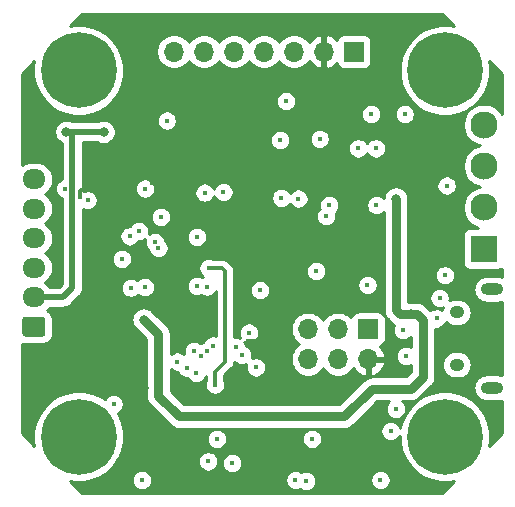
<source format=gbr>
G04 #@! TF.GenerationSoftware,KiCad,Pcbnew,(5.1.7)-1*
G04 #@! TF.CreationDate,2020-12-09T20:39:25+01:00*
G04 #@! TF.ProjectId,Stepper Servo,53746570-7065-4722-9053-6572766f2e6b,v1.0*
G04 #@! TF.SameCoordinates,Original*
G04 #@! TF.FileFunction,Copper,L3,Inr*
G04 #@! TF.FilePolarity,Positive*
%FSLAX46Y46*%
G04 Gerber Fmt 4.6, Leading zero omitted, Abs format (unit mm)*
G04 Created by KiCad (PCBNEW (5.1.7)-1) date 2020-12-09 20:39:25*
%MOMM*%
%LPD*%
G01*
G04 APERTURE LIST*
G04 #@! TA.AperFunction,ComponentPad*
%ADD10O,1.250000X1.050000*%
G04 #@! TD*
G04 #@! TA.AperFunction,ComponentPad*
%ADD11O,1.900000X1.000000*%
G04 #@! TD*
G04 #@! TA.AperFunction,ComponentPad*
%ADD12C,0.800000*%
G04 #@! TD*
G04 #@! TA.AperFunction,ComponentPad*
%ADD13C,6.400000*%
G04 #@! TD*
G04 #@! TA.AperFunction,ComponentPad*
%ADD14R,1.700000X1.700000*%
G04 #@! TD*
G04 #@! TA.AperFunction,ComponentPad*
%ADD15O,1.700000X1.700000*%
G04 #@! TD*
G04 #@! TA.AperFunction,ComponentPad*
%ADD16R,2.300000X2.300000*%
G04 #@! TD*
G04 #@! TA.AperFunction,ComponentPad*
%ADD17C,2.300000*%
G04 #@! TD*
G04 #@! TA.AperFunction,ComponentPad*
%ADD18O,1.950000X1.700000*%
G04 #@! TD*
G04 #@! TA.AperFunction,ViaPad*
%ADD19C,0.450000*%
G04 #@! TD*
G04 #@! TA.AperFunction,ViaPad*
%ADD20C,0.800000*%
G04 #@! TD*
G04 #@! TA.AperFunction,Conductor*
%ADD21C,0.800000*%
G04 #@! TD*
G04 #@! TA.AperFunction,Conductor*
%ADD22C,0.300000*%
G04 #@! TD*
G04 #@! TA.AperFunction,Conductor*
%ADD23C,0.500000*%
G04 #@! TD*
G04 #@! TA.AperFunction,Conductor*
%ADD24C,0.254000*%
G04 #@! TD*
G04 #@! TA.AperFunction,Conductor*
%ADD25C,0.100000*%
G04 #@! TD*
G04 APERTURE END LIST*
D10*
X206200000Y-81425000D03*
X206200000Y-76975000D03*
D11*
X209200000Y-83375000D03*
X209200000Y-75025000D03*
D12*
X175897056Y-85802944D03*
X174200000Y-85100000D03*
X172502944Y-85802944D03*
X171800000Y-87500000D03*
X172502944Y-89197056D03*
X174200000Y-89900000D03*
X175897056Y-89197056D03*
X176600000Y-87500000D03*
D13*
X174200000Y-87500000D03*
D12*
X206897056Y-54802944D03*
X205200000Y-54100000D03*
X203502944Y-54802944D03*
X202800000Y-56500000D03*
X203502944Y-58197056D03*
X205200000Y-58900000D03*
X206897056Y-58197056D03*
X207600000Y-56500000D03*
D13*
X205200000Y-56500000D03*
D12*
X206897056Y-85802944D03*
X205200000Y-85100000D03*
X203502944Y-85802944D03*
X202800000Y-87500000D03*
X203502944Y-89197056D03*
X205200000Y-89900000D03*
X206897056Y-89197056D03*
X207600000Y-87500000D03*
D13*
X205200000Y-87500000D03*
D12*
X175897056Y-54802944D03*
X174200000Y-54100000D03*
X172502944Y-54802944D03*
X171800000Y-56500000D03*
X172502944Y-58197056D03*
X174200000Y-58900000D03*
X175897056Y-58197056D03*
X176600000Y-56500000D03*
D13*
X174200000Y-56500000D03*
D14*
X198700000Y-78400000D03*
D15*
X198700000Y-80940000D03*
X196160000Y-78400000D03*
X196160000Y-80940000D03*
X193620000Y-78400000D03*
X193620000Y-80940000D03*
D16*
X208500000Y-71600000D03*
D17*
X208500000Y-68100000D03*
X208500000Y-64600000D03*
X208500000Y-61100000D03*
D14*
X197500000Y-54900000D03*
D15*
X194960000Y-54900000D03*
X192420000Y-54900000D03*
X189880000Y-54900000D03*
X187340000Y-54900000D03*
X184800000Y-54900000D03*
X182260000Y-54900000D03*
G04 #@! TA.AperFunction,ComponentPad*
G36*
G01*
X171125000Y-79050000D02*
X169675000Y-79050000D01*
G75*
G02*
X169425000Y-78800000I0J250000D01*
G01*
X169425000Y-77600000D01*
G75*
G02*
X169675000Y-77350000I250000J0D01*
G01*
X171125000Y-77350000D01*
G75*
G02*
X171375000Y-77600000I0J-250000D01*
G01*
X171375000Y-78800000D01*
G75*
G02*
X171125000Y-79050000I-250000J0D01*
G01*
G37*
G04 #@! TD.AperFunction*
D18*
X170400000Y-75700000D03*
X170400000Y-73200000D03*
X170400000Y-70700000D03*
X170400000Y-68200000D03*
X170400000Y-65700000D03*
D19*
X179550000Y-91200000D03*
X192550000Y-91200000D03*
X199750000Y-91200000D03*
X204750000Y-75750000D03*
X205200000Y-73850000D03*
X205350000Y-66250000D03*
X194600000Y-62300000D03*
X197850000Y-63100000D03*
X199350000Y-63100000D03*
X199400000Y-67900000D03*
X198650000Y-74650000D03*
X195150000Y-68850000D03*
X192800000Y-67350000D03*
X184200000Y-70600000D03*
X193950000Y-87700000D03*
X185900000Y-87700000D03*
X177150000Y-84750000D03*
X178600000Y-74900000D03*
X179800000Y-74850000D03*
X191250000Y-62400000D03*
X191750000Y-59100000D03*
X201800000Y-60200000D03*
X189200000Y-81650000D03*
X185050000Y-74800000D03*
X189550000Y-75112298D03*
X177850000Y-72450000D03*
X195400000Y-67900000D03*
D20*
X180350000Y-78200000D03*
X179700000Y-77600000D03*
X202300000Y-77150000D03*
X201050000Y-67350000D03*
D19*
X178500000Y-70550000D03*
X194300000Y-73500000D03*
X186450000Y-66800000D03*
X174350000Y-67200000D03*
X177150000Y-66500000D03*
X180400000Y-66050000D03*
X184500000Y-65900000D03*
X195050000Y-57200000D03*
X190750000Y-57600000D03*
D20*
X179550000Y-86700000D03*
X179100000Y-85900000D03*
X179100000Y-84000000D03*
X179750000Y-83400000D03*
X179200000Y-84950000D03*
D19*
X189450000Y-69400000D03*
X184950000Y-69450000D03*
X175100000Y-74850000D03*
X180500000Y-76300000D03*
X191200000Y-78200000D03*
X188550000Y-79400000D03*
X185750000Y-83100000D03*
X185200000Y-73250000D03*
X191350000Y-67300000D03*
X174950000Y-67500000D03*
X204500000Y-77500000D03*
X201050000Y-85150000D03*
X200600000Y-87050000D03*
D20*
X176300000Y-61700000D03*
X173150000Y-61700000D03*
D19*
X183950000Y-80250000D03*
X184550000Y-80650000D03*
X185550000Y-79800000D03*
X185100000Y-80250000D03*
X188600000Y-78700000D03*
X179300000Y-70100000D03*
X180950000Y-71550000D03*
X180650000Y-71050000D03*
X181150000Y-68900000D03*
X173050000Y-66500000D03*
X181650000Y-60750000D03*
X184850000Y-66850000D03*
X179800000Y-66500000D03*
X184200000Y-74750000D03*
X198950000Y-60200000D03*
X187475000Y-79925000D03*
X201650000Y-78500000D03*
X188050000Y-80600000D03*
X201900000Y-80700000D03*
X185150000Y-89600000D03*
X182550000Y-81150000D03*
X183400000Y-81700000D03*
X187200000Y-89750000D03*
X193450000Y-91250000D03*
X184150000Y-82100000D03*
D21*
X179700000Y-77600000D02*
X180950000Y-78850000D01*
X180950000Y-78850000D02*
X180950000Y-82350000D01*
X180950000Y-82350000D02*
X180950000Y-83800000D01*
X180950000Y-83800000D02*
X180950000Y-84050000D01*
X180950000Y-84050000D02*
X182700000Y-85800000D01*
X182700000Y-85800000D02*
X196700000Y-85800000D01*
X196700000Y-85800000D02*
X199050000Y-83450000D01*
X199050000Y-83450000D02*
X202350000Y-83450000D01*
X202350000Y-83450000D02*
X203350000Y-82450000D01*
X203350000Y-82450000D02*
X203350000Y-77650000D01*
X203350000Y-77650000D02*
X202850000Y-77150000D01*
X202850000Y-77150000D02*
X202300000Y-77150000D01*
X202300000Y-77150000D02*
X202300000Y-77150000D01*
X201050000Y-67350000D02*
X201050000Y-76800000D01*
X201400000Y-77150000D02*
X202300000Y-77150000D01*
X201050000Y-76800000D02*
X201400000Y-77150000D01*
D22*
X188550000Y-79400000D02*
X191000000Y-79400000D01*
X191200000Y-79200000D02*
X191200000Y-78200000D01*
X191000000Y-79400000D02*
X191200000Y-79200000D01*
X174350000Y-67200000D02*
X174350000Y-66700000D01*
X174550000Y-66500000D02*
X177150000Y-66500000D01*
X174350000Y-66700000D02*
X174550000Y-66500000D01*
X185750000Y-83100000D02*
X185750000Y-82000000D01*
X185750000Y-82000000D02*
X186600000Y-81150000D01*
X186600000Y-81150000D02*
X186600000Y-73500000D01*
X186350000Y-73250000D02*
X185200000Y-73250000D01*
X186600000Y-73500000D02*
X186350000Y-73250000D01*
D23*
X170400000Y-75700000D02*
X172900000Y-75700000D01*
X172900000Y-75700000D02*
X173650000Y-74950000D01*
X173650000Y-66790962D02*
X173652001Y-66788961D01*
X173652001Y-66788961D02*
X173652001Y-61852001D01*
X173650000Y-74950000D02*
X173650000Y-66790962D01*
X173652001Y-61852001D02*
X173500000Y-61700000D01*
X173500000Y-61700000D02*
X173150000Y-61700000D01*
X173150000Y-61700000D02*
X173150000Y-61700000D01*
X176300000Y-61700000D02*
X176450000Y-61700000D01*
X173150000Y-61700000D02*
X176300000Y-61700000D01*
D24*
X205975361Y-52744097D02*
X205577715Y-52665000D01*
X204822285Y-52665000D01*
X204081372Y-52812377D01*
X203383446Y-53101467D01*
X202755330Y-53521161D01*
X202221161Y-54055330D01*
X201801467Y-54683446D01*
X201512377Y-55381372D01*
X201365000Y-56122285D01*
X201365000Y-56877715D01*
X201512377Y-57618628D01*
X201801467Y-58316554D01*
X202221161Y-58944670D01*
X202755330Y-59478839D01*
X203383446Y-59898533D01*
X204081372Y-60187623D01*
X204822285Y-60335000D01*
X205577715Y-60335000D01*
X206318628Y-60187623D01*
X207016554Y-59898533D01*
X207644670Y-59478839D01*
X208178839Y-58944670D01*
X208598533Y-58316554D01*
X208887623Y-57618628D01*
X209035000Y-56877715D01*
X209035000Y-56122285D01*
X208955903Y-55724639D01*
X210015000Y-56783736D01*
X210015000Y-60154442D01*
X209886500Y-59962129D01*
X209637871Y-59713500D01*
X209345515Y-59518153D01*
X209020665Y-59383596D01*
X208675807Y-59315000D01*
X208324193Y-59315000D01*
X207979335Y-59383596D01*
X207654485Y-59518153D01*
X207362129Y-59713500D01*
X207113500Y-59962129D01*
X206918153Y-60254485D01*
X206783596Y-60579335D01*
X206715000Y-60924193D01*
X206715000Y-61275807D01*
X206783596Y-61620665D01*
X206918153Y-61945515D01*
X207113500Y-62237871D01*
X207362129Y-62486500D01*
X207654485Y-62681847D01*
X207979335Y-62816404D01*
X208148235Y-62850000D01*
X207979335Y-62883596D01*
X207654485Y-63018153D01*
X207362129Y-63213500D01*
X207113500Y-63462129D01*
X206918153Y-63754485D01*
X206783596Y-64079335D01*
X206715000Y-64424193D01*
X206715000Y-64775807D01*
X206783596Y-65120665D01*
X206918153Y-65445515D01*
X207113500Y-65737871D01*
X207362129Y-65986500D01*
X207654485Y-66181847D01*
X207979335Y-66316404D01*
X208148235Y-66350000D01*
X207979335Y-66383596D01*
X207654485Y-66518153D01*
X207362129Y-66713500D01*
X207113500Y-66962129D01*
X206918153Y-67254485D01*
X206783596Y-67579335D01*
X206715000Y-67924193D01*
X206715000Y-68275807D01*
X206783596Y-68620665D01*
X206918153Y-68945515D01*
X207113500Y-69237871D01*
X207362129Y-69486500D01*
X207654485Y-69681847D01*
X207968529Y-69811928D01*
X207350000Y-69811928D01*
X207225518Y-69824188D01*
X207105820Y-69860498D01*
X206995506Y-69919463D01*
X206898815Y-69998815D01*
X206819463Y-70095506D01*
X206760498Y-70205820D01*
X206724188Y-70325518D01*
X206711928Y-70450000D01*
X206711928Y-72750000D01*
X206724188Y-72874482D01*
X206760498Y-72994180D01*
X206819463Y-73104494D01*
X206898815Y-73201185D01*
X206995506Y-73280537D01*
X207105820Y-73339502D01*
X207225518Y-73375812D01*
X207350000Y-73388072D01*
X209650000Y-73388072D01*
X209774482Y-73375812D01*
X209894180Y-73339502D01*
X210004494Y-73280537D01*
X210015001Y-73271915D01*
X210015001Y-73949651D01*
X209872499Y-73906423D01*
X209705752Y-73890000D01*
X208694248Y-73890000D01*
X208527501Y-73906423D01*
X208313553Y-73971324D01*
X208116377Y-74076716D01*
X207943551Y-74218551D01*
X207801716Y-74391377D01*
X207696324Y-74588553D01*
X207631423Y-74802501D01*
X207609509Y-75025000D01*
X207631423Y-75247499D01*
X207696324Y-75461447D01*
X207801716Y-75658623D01*
X207943551Y-75831449D01*
X208116377Y-75973284D01*
X208313553Y-76078676D01*
X208527501Y-76143577D01*
X208694248Y-76160000D01*
X209705752Y-76160000D01*
X209872499Y-76143577D01*
X210015001Y-76100349D01*
X210015001Y-82299651D01*
X209872499Y-82256423D01*
X209705752Y-82240000D01*
X208694248Y-82240000D01*
X208527501Y-82256423D01*
X208313553Y-82321324D01*
X208116377Y-82426716D01*
X207943551Y-82568551D01*
X207801716Y-82741377D01*
X207696324Y-82938553D01*
X207631423Y-83152501D01*
X207609509Y-83375000D01*
X207631423Y-83597499D01*
X207696324Y-83811447D01*
X207801716Y-84008623D01*
X207943551Y-84181449D01*
X208116377Y-84323284D01*
X208313553Y-84428676D01*
X208527501Y-84493577D01*
X208694248Y-84510000D01*
X209705752Y-84510000D01*
X209872499Y-84493577D01*
X210015001Y-84450349D01*
X210015001Y-87216263D01*
X208955903Y-88275361D01*
X209035000Y-87877715D01*
X209035000Y-87122285D01*
X208887623Y-86381372D01*
X208598533Y-85683446D01*
X208178839Y-85055330D01*
X207644670Y-84521161D01*
X207016554Y-84101467D01*
X206318628Y-83812377D01*
X205577715Y-83665000D01*
X204822285Y-83665000D01*
X204081372Y-83812377D01*
X203383446Y-84101467D01*
X202755330Y-84521161D01*
X202221161Y-85055330D01*
X201801467Y-85683446D01*
X201512377Y-86381372D01*
X201428114Y-86804992D01*
X201426951Y-86799147D01*
X201362122Y-86642637D01*
X201268005Y-86501782D01*
X201148218Y-86381995D01*
X201007363Y-86287878D01*
X200850853Y-86223049D01*
X200684703Y-86190000D01*
X200515297Y-86190000D01*
X200349147Y-86223049D01*
X200192637Y-86287878D01*
X200051782Y-86381995D01*
X199931995Y-86501782D01*
X199837878Y-86642637D01*
X199773049Y-86799147D01*
X199740000Y-86965297D01*
X199740000Y-87134703D01*
X199773049Y-87300853D01*
X199837878Y-87457363D01*
X199931995Y-87598218D01*
X200051782Y-87718005D01*
X200192637Y-87812122D01*
X200349147Y-87876951D01*
X200515297Y-87910000D01*
X200684703Y-87910000D01*
X200850853Y-87876951D01*
X201007363Y-87812122D01*
X201148218Y-87718005D01*
X201268005Y-87598218D01*
X201362122Y-87457363D01*
X201365000Y-87450415D01*
X201365000Y-87877715D01*
X201512377Y-88618628D01*
X201801467Y-89316554D01*
X202221161Y-89944670D01*
X202755330Y-90478839D01*
X203383446Y-90898533D01*
X204081372Y-91187623D01*
X204822285Y-91335000D01*
X205577715Y-91335000D01*
X205975361Y-91255903D01*
X204916264Y-92315000D01*
X174483736Y-92315000D01*
X173424639Y-91255903D01*
X173822285Y-91335000D01*
X174577715Y-91335000D01*
X175318628Y-91187623D01*
X175493238Y-91115297D01*
X178690000Y-91115297D01*
X178690000Y-91284703D01*
X178723049Y-91450853D01*
X178787878Y-91607363D01*
X178881995Y-91748218D01*
X179001782Y-91868005D01*
X179142637Y-91962122D01*
X179299147Y-92026951D01*
X179465297Y-92060000D01*
X179634703Y-92060000D01*
X179800853Y-92026951D01*
X179957363Y-91962122D01*
X180098218Y-91868005D01*
X180218005Y-91748218D01*
X180312122Y-91607363D01*
X180376951Y-91450853D01*
X180410000Y-91284703D01*
X180410000Y-91115297D01*
X191690000Y-91115297D01*
X191690000Y-91284703D01*
X191723049Y-91450853D01*
X191787878Y-91607363D01*
X191881995Y-91748218D01*
X192001782Y-91868005D01*
X192142637Y-91962122D01*
X192299147Y-92026951D01*
X192465297Y-92060000D01*
X192634703Y-92060000D01*
X192800853Y-92026951D01*
X192957363Y-91962122D01*
X192962585Y-91958633D01*
X193042637Y-92012122D01*
X193199147Y-92076951D01*
X193365297Y-92110000D01*
X193534703Y-92110000D01*
X193700853Y-92076951D01*
X193857363Y-92012122D01*
X193998218Y-91918005D01*
X194118005Y-91798218D01*
X194212122Y-91657363D01*
X194276951Y-91500853D01*
X194310000Y-91334703D01*
X194310000Y-91165297D01*
X194300055Y-91115297D01*
X198890000Y-91115297D01*
X198890000Y-91284703D01*
X198923049Y-91450853D01*
X198987878Y-91607363D01*
X199081995Y-91748218D01*
X199201782Y-91868005D01*
X199342637Y-91962122D01*
X199499147Y-92026951D01*
X199665297Y-92060000D01*
X199834703Y-92060000D01*
X200000853Y-92026951D01*
X200157363Y-91962122D01*
X200298218Y-91868005D01*
X200418005Y-91748218D01*
X200512122Y-91607363D01*
X200576951Y-91450853D01*
X200610000Y-91284703D01*
X200610000Y-91115297D01*
X200576951Y-90949147D01*
X200512122Y-90792637D01*
X200418005Y-90651782D01*
X200298218Y-90531995D01*
X200157363Y-90437878D01*
X200000853Y-90373049D01*
X199834703Y-90340000D01*
X199665297Y-90340000D01*
X199499147Y-90373049D01*
X199342637Y-90437878D01*
X199201782Y-90531995D01*
X199081995Y-90651782D01*
X198987878Y-90792637D01*
X198923049Y-90949147D01*
X198890000Y-91115297D01*
X194300055Y-91115297D01*
X194276951Y-90999147D01*
X194212122Y-90842637D01*
X194118005Y-90701782D01*
X193998218Y-90581995D01*
X193857363Y-90487878D01*
X193700853Y-90423049D01*
X193534703Y-90390000D01*
X193365297Y-90390000D01*
X193199147Y-90423049D01*
X193042637Y-90487878D01*
X193037415Y-90491367D01*
X192957363Y-90437878D01*
X192800853Y-90373049D01*
X192634703Y-90340000D01*
X192465297Y-90340000D01*
X192299147Y-90373049D01*
X192142637Y-90437878D01*
X192001782Y-90531995D01*
X191881995Y-90651782D01*
X191787878Y-90792637D01*
X191723049Y-90949147D01*
X191690000Y-91115297D01*
X180410000Y-91115297D01*
X180376951Y-90949147D01*
X180312122Y-90792637D01*
X180218005Y-90651782D01*
X180098218Y-90531995D01*
X179957363Y-90437878D01*
X179800853Y-90373049D01*
X179634703Y-90340000D01*
X179465297Y-90340000D01*
X179299147Y-90373049D01*
X179142637Y-90437878D01*
X179001782Y-90531995D01*
X178881995Y-90651782D01*
X178787878Y-90792637D01*
X178723049Y-90949147D01*
X178690000Y-91115297D01*
X175493238Y-91115297D01*
X176016554Y-90898533D01*
X176644670Y-90478839D01*
X177178839Y-89944670D01*
X177465737Y-89515297D01*
X184290000Y-89515297D01*
X184290000Y-89684703D01*
X184323049Y-89850853D01*
X184387878Y-90007363D01*
X184481995Y-90148218D01*
X184601782Y-90268005D01*
X184742637Y-90362122D01*
X184899147Y-90426951D01*
X185065297Y-90460000D01*
X185234703Y-90460000D01*
X185400853Y-90426951D01*
X185557363Y-90362122D01*
X185698218Y-90268005D01*
X185818005Y-90148218D01*
X185912122Y-90007363D01*
X185976951Y-89850853D01*
X186010000Y-89684703D01*
X186010000Y-89665297D01*
X186340000Y-89665297D01*
X186340000Y-89834703D01*
X186373049Y-90000853D01*
X186437878Y-90157363D01*
X186531995Y-90298218D01*
X186651782Y-90418005D01*
X186792637Y-90512122D01*
X186949147Y-90576951D01*
X187115297Y-90610000D01*
X187284703Y-90610000D01*
X187450853Y-90576951D01*
X187607363Y-90512122D01*
X187748218Y-90418005D01*
X187868005Y-90298218D01*
X187962122Y-90157363D01*
X188026951Y-90000853D01*
X188060000Y-89834703D01*
X188060000Y-89665297D01*
X188026951Y-89499147D01*
X187962122Y-89342637D01*
X187868005Y-89201782D01*
X187748218Y-89081995D01*
X187607363Y-88987878D01*
X187450853Y-88923049D01*
X187284703Y-88890000D01*
X187115297Y-88890000D01*
X186949147Y-88923049D01*
X186792637Y-88987878D01*
X186651782Y-89081995D01*
X186531995Y-89201782D01*
X186437878Y-89342637D01*
X186373049Y-89499147D01*
X186340000Y-89665297D01*
X186010000Y-89665297D01*
X186010000Y-89515297D01*
X185976951Y-89349147D01*
X185912122Y-89192637D01*
X185818005Y-89051782D01*
X185698218Y-88931995D01*
X185557363Y-88837878D01*
X185400853Y-88773049D01*
X185234703Y-88740000D01*
X185065297Y-88740000D01*
X184899147Y-88773049D01*
X184742637Y-88837878D01*
X184601782Y-88931995D01*
X184481995Y-89051782D01*
X184387878Y-89192637D01*
X184323049Y-89349147D01*
X184290000Y-89515297D01*
X177465737Y-89515297D01*
X177598533Y-89316554D01*
X177887623Y-88618628D01*
X178035000Y-87877715D01*
X178035000Y-87615297D01*
X185040000Y-87615297D01*
X185040000Y-87784703D01*
X185073049Y-87950853D01*
X185137878Y-88107363D01*
X185231995Y-88248218D01*
X185351782Y-88368005D01*
X185492637Y-88462122D01*
X185649147Y-88526951D01*
X185815297Y-88560000D01*
X185984703Y-88560000D01*
X186150853Y-88526951D01*
X186307363Y-88462122D01*
X186448218Y-88368005D01*
X186568005Y-88248218D01*
X186662122Y-88107363D01*
X186726951Y-87950853D01*
X186760000Y-87784703D01*
X186760000Y-87615297D01*
X193090000Y-87615297D01*
X193090000Y-87784703D01*
X193123049Y-87950853D01*
X193187878Y-88107363D01*
X193281995Y-88248218D01*
X193401782Y-88368005D01*
X193542637Y-88462122D01*
X193699147Y-88526951D01*
X193865297Y-88560000D01*
X194034703Y-88560000D01*
X194200853Y-88526951D01*
X194357363Y-88462122D01*
X194498218Y-88368005D01*
X194618005Y-88248218D01*
X194712122Y-88107363D01*
X194776951Y-87950853D01*
X194810000Y-87784703D01*
X194810000Y-87615297D01*
X194776951Y-87449147D01*
X194712122Y-87292637D01*
X194618005Y-87151782D01*
X194498218Y-87031995D01*
X194357363Y-86937878D01*
X194200853Y-86873049D01*
X194034703Y-86840000D01*
X193865297Y-86840000D01*
X193699147Y-86873049D01*
X193542637Y-86937878D01*
X193401782Y-87031995D01*
X193281995Y-87151782D01*
X193187878Y-87292637D01*
X193123049Y-87449147D01*
X193090000Y-87615297D01*
X186760000Y-87615297D01*
X186726951Y-87449147D01*
X186662122Y-87292637D01*
X186568005Y-87151782D01*
X186448218Y-87031995D01*
X186307363Y-86937878D01*
X186150853Y-86873049D01*
X185984703Y-86840000D01*
X185815297Y-86840000D01*
X185649147Y-86873049D01*
X185492637Y-86937878D01*
X185351782Y-87031995D01*
X185231995Y-87151782D01*
X185137878Y-87292637D01*
X185073049Y-87449147D01*
X185040000Y-87615297D01*
X178035000Y-87615297D01*
X178035000Y-87122285D01*
X177887623Y-86381372D01*
X177598533Y-85683446D01*
X177499949Y-85535904D01*
X177557363Y-85512122D01*
X177698218Y-85418005D01*
X177818005Y-85298218D01*
X177912122Y-85157363D01*
X177976951Y-85000853D01*
X178010000Y-84834703D01*
X178010000Y-84665297D01*
X177976951Y-84499147D01*
X177912122Y-84342637D01*
X177818005Y-84201782D01*
X177698218Y-84081995D01*
X177557363Y-83987878D01*
X177400853Y-83923049D01*
X177234703Y-83890000D01*
X177065297Y-83890000D01*
X176899147Y-83923049D01*
X176742637Y-83987878D01*
X176601782Y-84081995D01*
X176481995Y-84201782D01*
X176387878Y-84342637D01*
X176385626Y-84348073D01*
X176016554Y-84101467D01*
X175318628Y-83812377D01*
X174577715Y-83665000D01*
X173822285Y-83665000D01*
X173081372Y-83812377D01*
X172383446Y-84101467D01*
X171755330Y-84521161D01*
X171221161Y-85055330D01*
X170801467Y-85683446D01*
X170512377Y-86381372D01*
X170365000Y-87122285D01*
X170365000Y-87877715D01*
X170444097Y-88275361D01*
X169385000Y-87216264D01*
X169385000Y-79635594D01*
X169501746Y-79671008D01*
X169675000Y-79688072D01*
X171125000Y-79688072D01*
X171298254Y-79671008D01*
X171464850Y-79620472D01*
X171618386Y-79538405D01*
X171752962Y-79427962D01*
X171863405Y-79293386D01*
X171945472Y-79139850D01*
X171996008Y-78973254D01*
X172013072Y-78800000D01*
X172013072Y-77600000D01*
X178659994Y-77600000D01*
X178665000Y-77650828D01*
X178665000Y-77701939D01*
X178674971Y-77752067D01*
X178679977Y-77802895D01*
X178694803Y-77851768D01*
X178704774Y-77901898D01*
X178724335Y-77949122D01*
X178739160Y-77997993D01*
X178763236Y-78043036D01*
X178782795Y-78090256D01*
X178811187Y-78132748D01*
X178835266Y-78177797D01*
X178867671Y-78217283D01*
X178896063Y-78259774D01*
X179040226Y-78403937D01*
X179040229Y-78403939D01*
X179915000Y-79278711D01*
X179915001Y-82299153D01*
X179915000Y-82299163D01*
X179915001Y-83749154D01*
X179915000Y-83749163D01*
X179915000Y-83999172D01*
X179909994Y-84050000D01*
X179915000Y-84100828D01*
X179915000Y-84100838D01*
X179929976Y-84252895D01*
X179989159Y-84447993D01*
X180085266Y-84627797D01*
X180214605Y-84785396D01*
X180254092Y-84817802D01*
X181932197Y-86495908D01*
X181964604Y-86535396D01*
X182004092Y-86567803D01*
X182122202Y-86664734D01*
X182218309Y-86716104D01*
X182302007Y-86760841D01*
X182497105Y-86820024D01*
X182649162Y-86835000D01*
X182649165Y-86835000D01*
X182700000Y-86840007D01*
X182750835Y-86835000D01*
X196649172Y-86835000D01*
X196700000Y-86840006D01*
X196750828Y-86835000D01*
X196750838Y-86835000D01*
X196902895Y-86820024D01*
X197097993Y-86760841D01*
X197277797Y-86664734D01*
X197435396Y-86535396D01*
X197467807Y-86495903D01*
X199478711Y-84485000D01*
X200498777Y-84485000D01*
X200381995Y-84601782D01*
X200287878Y-84742637D01*
X200223049Y-84899147D01*
X200190000Y-85065297D01*
X200190000Y-85234703D01*
X200223049Y-85400853D01*
X200287878Y-85557363D01*
X200381995Y-85698218D01*
X200501782Y-85818005D01*
X200642637Y-85912122D01*
X200799147Y-85976951D01*
X200965297Y-86010000D01*
X201134703Y-86010000D01*
X201300853Y-85976951D01*
X201457363Y-85912122D01*
X201598218Y-85818005D01*
X201718005Y-85698218D01*
X201812122Y-85557363D01*
X201876951Y-85400853D01*
X201910000Y-85234703D01*
X201910000Y-85065297D01*
X201876951Y-84899147D01*
X201812122Y-84742637D01*
X201718005Y-84601782D01*
X201601223Y-84485000D01*
X202299172Y-84485000D01*
X202350000Y-84490006D01*
X202400828Y-84485000D01*
X202400838Y-84485000D01*
X202552895Y-84470024D01*
X202747993Y-84410841D01*
X202927797Y-84314734D01*
X203085396Y-84185396D01*
X203117807Y-84145903D01*
X204045908Y-83217803D01*
X204085396Y-83185396D01*
X204117803Y-83145908D01*
X204214734Y-83027798D01*
X204310841Y-82847994D01*
X204331474Y-82779976D01*
X204370024Y-82652895D01*
X204385000Y-82500838D01*
X204385000Y-82500835D01*
X204390007Y-82450000D01*
X204385000Y-82399165D01*
X204385000Y-81425000D01*
X204934388Y-81425000D01*
X204956785Y-81652400D01*
X205023115Y-81871060D01*
X205130829Y-82072579D01*
X205275788Y-82249212D01*
X205452421Y-82394171D01*
X205653940Y-82501885D01*
X205872600Y-82568215D01*
X206043021Y-82585000D01*
X206356979Y-82585000D01*
X206527400Y-82568215D01*
X206746060Y-82501885D01*
X206947579Y-82394171D01*
X207124212Y-82249212D01*
X207269171Y-82072579D01*
X207376885Y-81871060D01*
X207443215Y-81652400D01*
X207465612Y-81425000D01*
X207443215Y-81197600D01*
X207376885Y-80978940D01*
X207269171Y-80777421D01*
X207124212Y-80600788D01*
X206947579Y-80455829D01*
X206746060Y-80348115D01*
X206527400Y-80281785D01*
X206356979Y-80265000D01*
X206043021Y-80265000D01*
X205872600Y-80281785D01*
X205653940Y-80348115D01*
X205452421Y-80455829D01*
X205275788Y-80600788D01*
X205130829Y-80777421D01*
X205023115Y-80978940D01*
X204956785Y-81197600D01*
X204934388Y-81425000D01*
X204385000Y-81425000D01*
X204385000Y-78353974D01*
X204415297Y-78360000D01*
X204584703Y-78360000D01*
X204750853Y-78326951D01*
X204907363Y-78262122D01*
X205048218Y-78168005D01*
X205168005Y-78048218D01*
X205262122Y-77907363D01*
X205299022Y-77818280D01*
X205452421Y-77944171D01*
X205653940Y-78051885D01*
X205872600Y-78118215D01*
X206043021Y-78135000D01*
X206356979Y-78135000D01*
X206527400Y-78118215D01*
X206746060Y-78051885D01*
X206947579Y-77944171D01*
X207124212Y-77799212D01*
X207269171Y-77622579D01*
X207376885Y-77421060D01*
X207443215Y-77202400D01*
X207465612Y-76975000D01*
X207443215Y-76747600D01*
X207376885Y-76528940D01*
X207269171Y-76327421D01*
X207124212Y-76150788D01*
X206947579Y-76005829D01*
X206746060Y-75898115D01*
X206527400Y-75831785D01*
X206356979Y-75815000D01*
X206043021Y-75815000D01*
X205872600Y-75831785D01*
X205653940Y-75898115D01*
X205590659Y-75931940D01*
X205610000Y-75834703D01*
X205610000Y-75665297D01*
X205576951Y-75499147D01*
X205512122Y-75342637D01*
X205418005Y-75201782D01*
X205298218Y-75081995D01*
X205157363Y-74987878D01*
X205000853Y-74923049D01*
X204834703Y-74890000D01*
X204665297Y-74890000D01*
X204499147Y-74923049D01*
X204342637Y-74987878D01*
X204201782Y-75081995D01*
X204081995Y-75201782D01*
X203987878Y-75342637D01*
X203923049Y-75499147D01*
X203890000Y-75665297D01*
X203890000Y-75834703D01*
X203923049Y-76000853D01*
X203987878Y-76157363D01*
X204081995Y-76298218D01*
X204201782Y-76418005D01*
X204342637Y-76512122D01*
X204499147Y-76576951D01*
X204665297Y-76610000D01*
X204834703Y-76610000D01*
X205000853Y-76576951D01*
X205009657Y-76573304D01*
X204956785Y-76747600D01*
X204954632Y-76769462D01*
X204907363Y-76737878D01*
X204750853Y-76673049D01*
X204584703Y-76640000D01*
X204415297Y-76640000D01*
X204249147Y-76673049D01*
X204092637Y-76737878D01*
X203978112Y-76814402D01*
X203617807Y-76454097D01*
X203585396Y-76414604D01*
X203427797Y-76285266D01*
X203247993Y-76189159D01*
X203052895Y-76129976D01*
X202900838Y-76115000D01*
X202900828Y-76115000D01*
X202850000Y-76109994D01*
X202799172Y-76115000D01*
X202085000Y-76115000D01*
X202085000Y-73765297D01*
X204340000Y-73765297D01*
X204340000Y-73934703D01*
X204373049Y-74100853D01*
X204437878Y-74257363D01*
X204531995Y-74398218D01*
X204651782Y-74518005D01*
X204792637Y-74612122D01*
X204949147Y-74676951D01*
X205115297Y-74710000D01*
X205284703Y-74710000D01*
X205450853Y-74676951D01*
X205607363Y-74612122D01*
X205748218Y-74518005D01*
X205868005Y-74398218D01*
X205962122Y-74257363D01*
X206026951Y-74100853D01*
X206060000Y-73934703D01*
X206060000Y-73765297D01*
X206026951Y-73599147D01*
X205962122Y-73442637D01*
X205868005Y-73301782D01*
X205748218Y-73181995D01*
X205607363Y-73087878D01*
X205450853Y-73023049D01*
X205284703Y-72990000D01*
X205115297Y-72990000D01*
X204949147Y-73023049D01*
X204792637Y-73087878D01*
X204651782Y-73181995D01*
X204531995Y-73301782D01*
X204437878Y-73442637D01*
X204373049Y-73599147D01*
X204340000Y-73765297D01*
X202085000Y-73765297D01*
X202085000Y-67248061D01*
X202075031Y-67197943D01*
X202070024Y-67147105D01*
X202055196Y-67098223D01*
X202045226Y-67048102D01*
X202025669Y-67000887D01*
X202010841Y-66952007D01*
X201986762Y-66906958D01*
X201967205Y-66859744D01*
X201938814Y-66817254D01*
X201914734Y-66772203D01*
X201882328Y-66732716D01*
X201853937Y-66690226D01*
X201817803Y-66654092D01*
X201785396Y-66614604D01*
X201745908Y-66582197D01*
X201709774Y-66546063D01*
X201667284Y-66517672D01*
X201627797Y-66485266D01*
X201582747Y-66461186D01*
X201540256Y-66432795D01*
X201493039Y-66413237D01*
X201447992Y-66389159D01*
X201399116Y-66374332D01*
X201351898Y-66354774D01*
X201301774Y-66344804D01*
X201252894Y-66329976D01*
X201202058Y-66324969D01*
X201151939Y-66315000D01*
X201100838Y-66315000D01*
X201050000Y-66309993D01*
X200999162Y-66315000D01*
X200948061Y-66315000D01*
X200897943Y-66324969D01*
X200847105Y-66329976D01*
X200798223Y-66344804D01*
X200748102Y-66354774D01*
X200700887Y-66374331D01*
X200652007Y-66389159D01*
X200606958Y-66413238D01*
X200559744Y-66432795D01*
X200517254Y-66461186D01*
X200472203Y-66485266D01*
X200432716Y-66517672D01*
X200390226Y-66546063D01*
X200354092Y-66582197D01*
X200314604Y-66614604D01*
X200282197Y-66654092D01*
X200246063Y-66690226D01*
X200217672Y-66732716D01*
X200185266Y-66772203D01*
X200161186Y-66817253D01*
X200132795Y-66859744D01*
X200113237Y-66906961D01*
X200089159Y-66952008D01*
X200074332Y-67000884D01*
X200054774Y-67048102D01*
X200044804Y-67098226D01*
X200029976Y-67147106D01*
X200024969Y-67197942D01*
X200015000Y-67248061D01*
X200015000Y-67298777D01*
X199948218Y-67231995D01*
X199807363Y-67137878D01*
X199650853Y-67073049D01*
X199484703Y-67040000D01*
X199315297Y-67040000D01*
X199149147Y-67073049D01*
X198992637Y-67137878D01*
X198851782Y-67231995D01*
X198731995Y-67351782D01*
X198637878Y-67492637D01*
X198573049Y-67649147D01*
X198540000Y-67815297D01*
X198540000Y-67984703D01*
X198573049Y-68150853D01*
X198637878Y-68307363D01*
X198731995Y-68448218D01*
X198851782Y-68568005D01*
X198992637Y-68662122D01*
X199149147Y-68726951D01*
X199315297Y-68760000D01*
X199484703Y-68760000D01*
X199650853Y-68726951D01*
X199807363Y-68662122D01*
X199948218Y-68568005D01*
X200015000Y-68501223D01*
X200015001Y-76749162D01*
X200009994Y-76800000D01*
X200029977Y-77002895D01*
X200089160Y-77197993D01*
X200185266Y-77377797D01*
X200246080Y-77451898D01*
X200314605Y-77535396D01*
X200354093Y-77567803D01*
X200632193Y-77845903D01*
X200664604Y-77885396D01*
X200822203Y-78014734D01*
X200908950Y-78061101D01*
X200887878Y-78092637D01*
X200823049Y-78249147D01*
X200790000Y-78415297D01*
X200790000Y-78584703D01*
X200823049Y-78750853D01*
X200887878Y-78907363D01*
X200981995Y-79048218D01*
X201101782Y-79168005D01*
X201242637Y-79262122D01*
X201399147Y-79326951D01*
X201565297Y-79360000D01*
X201734703Y-79360000D01*
X201900853Y-79326951D01*
X202057363Y-79262122D01*
X202198218Y-79168005D01*
X202315001Y-79051222D01*
X202315001Y-79942981D01*
X202307363Y-79937878D01*
X202150853Y-79873049D01*
X201984703Y-79840000D01*
X201815297Y-79840000D01*
X201649147Y-79873049D01*
X201492637Y-79937878D01*
X201351782Y-80031995D01*
X201231995Y-80151782D01*
X201137878Y-80292637D01*
X201073049Y-80449147D01*
X201040000Y-80615297D01*
X201040000Y-80784703D01*
X201073049Y-80950853D01*
X201137878Y-81107363D01*
X201231995Y-81248218D01*
X201351782Y-81368005D01*
X201492637Y-81462122D01*
X201649147Y-81526951D01*
X201815297Y-81560000D01*
X201984703Y-81560000D01*
X202150853Y-81526951D01*
X202307363Y-81462122D01*
X202315000Y-81457019D01*
X202315000Y-82021289D01*
X201921290Y-82415000D01*
X199100835Y-82415000D01*
X199050000Y-82409993D01*
X198999164Y-82415000D01*
X198999162Y-82415000D01*
X198847105Y-82429976D01*
X198652007Y-82489159D01*
X198581303Y-82526951D01*
X198472202Y-82585266D01*
X198354092Y-82682197D01*
X198314604Y-82714604D01*
X198282197Y-82754092D01*
X196271290Y-84765000D01*
X183128711Y-84765000D01*
X181985000Y-83621290D01*
X181985000Y-81801223D01*
X182001782Y-81818005D01*
X182142637Y-81912122D01*
X182299147Y-81976951D01*
X182465297Y-82010000D01*
X182597549Y-82010000D01*
X182637878Y-82107363D01*
X182731995Y-82248218D01*
X182851782Y-82368005D01*
X182992637Y-82462122D01*
X183149147Y-82526951D01*
X183315297Y-82560000D01*
X183423049Y-82560000D01*
X183481995Y-82648218D01*
X183601782Y-82768005D01*
X183742637Y-82862122D01*
X183899147Y-82926951D01*
X184065297Y-82960000D01*
X184234703Y-82960000D01*
X184400853Y-82926951D01*
X184557363Y-82862122D01*
X184698218Y-82768005D01*
X184818005Y-82648218D01*
X184912122Y-82507363D01*
X184965001Y-82379704D01*
X184965000Y-82747868D01*
X184923049Y-82849147D01*
X184890000Y-83015297D01*
X184890000Y-83184703D01*
X184923049Y-83350853D01*
X184987878Y-83507363D01*
X185081995Y-83648218D01*
X185201782Y-83768005D01*
X185342637Y-83862122D01*
X185499147Y-83926951D01*
X185665297Y-83960000D01*
X185834703Y-83960000D01*
X186000853Y-83926951D01*
X186157363Y-83862122D01*
X186298218Y-83768005D01*
X186418005Y-83648218D01*
X186512122Y-83507363D01*
X186576951Y-83350853D01*
X186610000Y-83184703D01*
X186610000Y-83015297D01*
X186576951Y-82849147D01*
X186535000Y-82747869D01*
X186535000Y-82325157D01*
X187127811Y-81732346D01*
X187157764Y-81707764D01*
X187255862Y-81588233D01*
X187328754Y-81451860D01*
X187336902Y-81425000D01*
X187373642Y-81303887D01*
X187382770Y-81211202D01*
X187385000Y-81188561D01*
X187385000Y-81188556D01*
X187388347Y-81154570D01*
X187501782Y-81268005D01*
X187642637Y-81362122D01*
X187799147Y-81426951D01*
X187965297Y-81460000D01*
X188134703Y-81460000D01*
X188300853Y-81426951D01*
X188374099Y-81396611D01*
X188373049Y-81399147D01*
X188340000Y-81565297D01*
X188340000Y-81734703D01*
X188373049Y-81900853D01*
X188437878Y-82057363D01*
X188531995Y-82198218D01*
X188651782Y-82318005D01*
X188792637Y-82412122D01*
X188949147Y-82476951D01*
X189115297Y-82510000D01*
X189284703Y-82510000D01*
X189450853Y-82476951D01*
X189607363Y-82412122D01*
X189748218Y-82318005D01*
X189868005Y-82198218D01*
X189962122Y-82057363D01*
X190026951Y-81900853D01*
X190060000Y-81734703D01*
X190060000Y-81565297D01*
X190026951Y-81399147D01*
X189962122Y-81242637D01*
X189868005Y-81101782D01*
X189748218Y-80981995D01*
X189607363Y-80887878D01*
X189450853Y-80823049D01*
X189284703Y-80790000D01*
X189115297Y-80790000D01*
X188949147Y-80823049D01*
X188875901Y-80853389D01*
X188876951Y-80850853D01*
X188910000Y-80684703D01*
X188910000Y-80515297D01*
X188876951Y-80349147D01*
X188812122Y-80192637D01*
X188718005Y-80051782D01*
X188598218Y-79931995D01*
X188457363Y-79837878D01*
X188323489Y-79782425D01*
X188301951Y-79674147D01*
X188237122Y-79517637D01*
X188202856Y-79466355D01*
X188349147Y-79526951D01*
X188515297Y-79560000D01*
X188684703Y-79560000D01*
X188850853Y-79526951D01*
X189007363Y-79462122D01*
X189148218Y-79368005D01*
X189268005Y-79248218D01*
X189362122Y-79107363D01*
X189426951Y-78950853D01*
X189460000Y-78784703D01*
X189460000Y-78615297D01*
X189426951Y-78449147D01*
X189362122Y-78292637D01*
X189336132Y-78253740D01*
X192135000Y-78253740D01*
X192135000Y-78546260D01*
X192192068Y-78833158D01*
X192304010Y-79103411D01*
X192466525Y-79346632D01*
X192673368Y-79553475D01*
X192847760Y-79670000D01*
X192673368Y-79786525D01*
X192466525Y-79993368D01*
X192304010Y-80236589D01*
X192192068Y-80506842D01*
X192135000Y-80793740D01*
X192135000Y-81086260D01*
X192192068Y-81373158D01*
X192304010Y-81643411D01*
X192466525Y-81886632D01*
X192673368Y-82093475D01*
X192916589Y-82255990D01*
X193186842Y-82367932D01*
X193473740Y-82425000D01*
X193766260Y-82425000D01*
X194053158Y-82367932D01*
X194323411Y-82255990D01*
X194566632Y-82093475D01*
X194773475Y-81886632D01*
X194890000Y-81712240D01*
X195006525Y-81886632D01*
X195213368Y-82093475D01*
X195456589Y-82255990D01*
X195726842Y-82367932D01*
X196013740Y-82425000D01*
X196306260Y-82425000D01*
X196593158Y-82367932D01*
X196863411Y-82255990D01*
X197106632Y-82093475D01*
X197313475Y-81886632D01*
X197435195Y-81704466D01*
X197504822Y-81821355D01*
X197699731Y-82037588D01*
X197933080Y-82211641D01*
X198195901Y-82336825D01*
X198343110Y-82381476D01*
X198573000Y-82260155D01*
X198573000Y-81067000D01*
X198827000Y-81067000D01*
X198827000Y-82260155D01*
X199056890Y-82381476D01*
X199204099Y-82336825D01*
X199466920Y-82211641D01*
X199700269Y-82037588D01*
X199895178Y-81821355D01*
X200044157Y-81571252D01*
X200141481Y-81296891D01*
X200020814Y-81067000D01*
X198827000Y-81067000D01*
X198573000Y-81067000D01*
X198553000Y-81067000D01*
X198553000Y-80813000D01*
X198573000Y-80813000D01*
X198573000Y-80793000D01*
X198827000Y-80793000D01*
X198827000Y-80813000D01*
X200020814Y-80813000D01*
X200141481Y-80583109D01*
X200044157Y-80308748D01*
X199895178Y-80058645D01*
X199718374Y-79862498D01*
X199794180Y-79839502D01*
X199904494Y-79780537D01*
X200001185Y-79701185D01*
X200080537Y-79604494D01*
X200139502Y-79494180D01*
X200175812Y-79374482D01*
X200188072Y-79250000D01*
X200188072Y-77550000D01*
X200175812Y-77425518D01*
X200139502Y-77305820D01*
X200080537Y-77195506D01*
X200001185Y-77098815D01*
X199904494Y-77019463D01*
X199794180Y-76960498D01*
X199674482Y-76924188D01*
X199550000Y-76911928D01*
X197850000Y-76911928D01*
X197725518Y-76924188D01*
X197605820Y-76960498D01*
X197495506Y-77019463D01*
X197398815Y-77098815D01*
X197319463Y-77195506D01*
X197260498Y-77305820D01*
X197238487Y-77378380D01*
X197106632Y-77246525D01*
X196863411Y-77084010D01*
X196593158Y-76972068D01*
X196306260Y-76915000D01*
X196013740Y-76915000D01*
X195726842Y-76972068D01*
X195456589Y-77084010D01*
X195213368Y-77246525D01*
X195006525Y-77453368D01*
X194890000Y-77627760D01*
X194773475Y-77453368D01*
X194566632Y-77246525D01*
X194323411Y-77084010D01*
X194053158Y-76972068D01*
X193766260Y-76915000D01*
X193473740Y-76915000D01*
X193186842Y-76972068D01*
X192916589Y-77084010D01*
X192673368Y-77246525D01*
X192466525Y-77453368D01*
X192304010Y-77696589D01*
X192192068Y-77966842D01*
X192135000Y-78253740D01*
X189336132Y-78253740D01*
X189268005Y-78151782D01*
X189148218Y-78031995D01*
X189007363Y-77937878D01*
X188850853Y-77873049D01*
X188684703Y-77840000D01*
X188515297Y-77840000D01*
X188349147Y-77873049D01*
X188192637Y-77937878D01*
X188051782Y-78031995D01*
X187931995Y-78151782D01*
X187837878Y-78292637D01*
X187773049Y-78449147D01*
X187740000Y-78615297D01*
X187740000Y-78784703D01*
X187773049Y-78950853D01*
X187837878Y-79107363D01*
X187872144Y-79158645D01*
X187725853Y-79098049D01*
X187559703Y-79065000D01*
X187390297Y-79065000D01*
X187385000Y-79066054D01*
X187385000Y-75027595D01*
X188690000Y-75027595D01*
X188690000Y-75197001D01*
X188723049Y-75363151D01*
X188787878Y-75519661D01*
X188881995Y-75660516D01*
X189001782Y-75780303D01*
X189142637Y-75874420D01*
X189299147Y-75939249D01*
X189465297Y-75972298D01*
X189634703Y-75972298D01*
X189800853Y-75939249D01*
X189957363Y-75874420D01*
X190098218Y-75780303D01*
X190218005Y-75660516D01*
X190312122Y-75519661D01*
X190376951Y-75363151D01*
X190410000Y-75197001D01*
X190410000Y-75027595D01*
X190376951Y-74861445D01*
X190312122Y-74704935D01*
X190218819Y-74565297D01*
X197790000Y-74565297D01*
X197790000Y-74734703D01*
X197823049Y-74900853D01*
X197887878Y-75057363D01*
X197981995Y-75198218D01*
X198101782Y-75318005D01*
X198242637Y-75412122D01*
X198399147Y-75476951D01*
X198565297Y-75510000D01*
X198734703Y-75510000D01*
X198900853Y-75476951D01*
X199057363Y-75412122D01*
X199198218Y-75318005D01*
X199318005Y-75198218D01*
X199412122Y-75057363D01*
X199476951Y-74900853D01*
X199510000Y-74734703D01*
X199510000Y-74565297D01*
X199476951Y-74399147D01*
X199412122Y-74242637D01*
X199318005Y-74101782D01*
X199198218Y-73981995D01*
X199057363Y-73887878D01*
X198900853Y-73823049D01*
X198734703Y-73790000D01*
X198565297Y-73790000D01*
X198399147Y-73823049D01*
X198242637Y-73887878D01*
X198101782Y-73981995D01*
X197981995Y-74101782D01*
X197887878Y-74242637D01*
X197823049Y-74399147D01*
X197790000Y-74565297D01*
X190218819Y-74565297D01*
X190218005Y-74564080D01*
X190098218Y-74444293D01*
X189957363Y-74350176D01*
X189800853Y-74285347D01*
X189634703Y-74252298D01*
X189465297Y-74252298D01*
X189299147Y-74285347D01*
X189142637Y-74350176D01*
X189001782Y-74444293D01*
X188881995Y-74564080D01*
X188787878Y-74704935D01*
X188723049Y-74861445D01*
X188690000Y-75027595D01*
X187385000Y-75027595D01*
X187385000Y-73538552D01*
X187388797Y-73499999D01*
X187385000Y-73461446D01*
X187385000Y-73461439D01*
X187380456Y-73415297D01*
X193440000Y-73415297D01*
X193440000Y-73584703D01*
X193473049Y-73750853D01*
X193537878Y-73907363D01*
X193631995Y-74048218D01*
X193751782Y-74168005D01*
X193892637Y-74262122D01*
X194049147Y-74326951D01*
X194215297Y-74360000D01*
X194384703Y-74360000D01*
X194550853Y-74326951D01*
X194707363Y-74262122D01*
X194848218Y-74168005D01*
X194968005Y-74048218D01*
X195062122Y-73907363D01*
X195126951Y-73750853D01*
X195160000Y-73584703D01*
X195160000Y-73415297D01*
X195126951Y-73249147D01*
X195062122Y-73092637D01*
X194968005Y-72951782D01*
X194848218Y-72831995D01*
X194707363Y-72737878D01*
X194550853Y-72673049D01*
X194384703Y-72640000D01*
X194215297Y-72640000D01*
X194049147Y-72673049D01*
X193892637Y-72737878D01*
X193751782Y-72831995D01*
X193631995Y-72951782D01*
X193537878Y-73092637D01*
X193473049Y-73249147D01*
X193440000Y-73415297D01*
X187380456Y-73415297D01*
X187373641Y-73346113D01*
X187328754Y-73198140D01*
X187255862Y-73061767D01*
X187157764Y-72942236D01*
X187127810Y-72917653D01*
X186932347Y-72722190D01*
X186907764Y-72692236D01*
X186788233Y-72594138D01*
X186651860Y-72521246D01*
X186503887Y-72476359D01*
X186388561Y-72465000D01*
X186388553Y-72465000D01*
X186350000Y-72461203D01*
X186311447Y-72465000D01*
X185552131Y-72465000D01*
X185450853Y-72423049D01*
X185284703Y-72390000D01*
X185115297Y-72390000D01*
X184949147Y-72423049D01*
X184792637Y-72487878D01*
X184651782Y-72581995D01*
X184531995Y-72701782D01*
X184437878Y-72842637D01*
X184373049Y-72999147D01*
X184340000Y-73165297D01*
X184340000Y-73334703D01*
X184373049Y-73500853D01*
X184437878Y-73657363D01*
X184531995Y-73798218D01*
X184651782Y-73918005D01*
X184759030Y-73989666D01*
X184667055Y-74027763D01*
X184607363Y-73987878D01*
X184450853Y-73923049D01*
X184284703Y-73890000D01*
X184115297Y-73890000D01*
X183949147Y-73923049D01*
X183792637Y-73987878D01*
X183651782Y-74081995D01*
X183531995Y-74201782D01*
X183437878Y-74342637D01*
X183373049Y-74499147D01*
X183340000Y-74665297D01*
X183340000Y-74834703D01*
X183373049Y-75000853D01*
X183437878Y-75157363D01*
X183531995Y-75298218D01*
X183651782Y-75418005D01*
X183792637Y-75512122D01*
X183949147Y-75576951D01*
X184115297Y-75610000D01*
X184284703Y-75610000D01*
X184450853Y-75576951D01*
X184582945Y-75522237D01*
X184642637Y-75562122D01*
X184799147Y-75626951D01*
X184965297Y-75660000D01*
X185134703Y-75660000D01*
X185300853Y-75626951D01*
X185457363Y-75562122D01*
X185598218Y-75468005D01*
X185718005Y-75348218D01*
X185812122Y-75207363D01*
X185815001Y-75200413D01*
X185815000Y-78978909D01*
X185800853Y-78973049D01*
X185634703Y-78940000D01*
X185465297Y-78940000D01*
X185299147Y-78973049D01*
X185142637Y-79037878D01*
X185001782Y-79131995D01*
X184881995Y-79251782D01*
X184787878Y-79392637D01*
X184759982Y-79459982D01*
X184692637Y-79487878D01*
X184551782Y-79581995D01*
X184525000Y-79608777D01*
X184498218Y-79581995D01*
X184357363Y-79487878D01*
X184200853Y-79423049D01*
X184034703Y-79390000D01*
X183865297Y-79390000D01*
X183699147Y-79423049D01*
X183542637Y-79487878D01*
X183401782Y-79581995D01*
X183281995Y-79701782D01*
X183187878Y-79842637D01*
X183123049Y-79999147D01*
X183090000Y-80165297D01*
X183090000Y-80334703D01*
X183123049Y-80500853D01*
X183127273Y-80511050D01*
X183098218Y-80481995D01*
X182957363Y-80387878D01*
X182800853Y-80323049D01*
X182634703Y-80290000D01*
X182465297Y-80290000D01*
X182299147Y-80323049D01*
X182142637Y-80387878D01*
X182001782Y-80481995D01*
X181985000Y-80498777D01*
X181985000Y-78900835D01*
X181990007Y-78850000D01*
X181980242Y-78750853D01*
X181970024Y-78647105D01*
X181910841Y-78452007D01*
X181861662Y-78360000D01*
X181814734Y-78272202D01*
X181717803Y-78154092D01*
X181685396Y-78114604D01*
X181645908Y-78082197D01*
X181254620Y-77690910D01*
X181153937Y-77540226D01*
X181009774Y-77396063D01*
X180859089Y-77295379D01*
X180503939Y-76940229D01*
X180503937Y-76940226D01*
X180359774Y-76796063D01*
X180317283Y-76767671D01*
X180277797Y-76735266D01*
X180232748Y-76711187D01*
X180190256Y-76682795D01*
X180143036Y-76663236D01*
X180097993Y-76639160D01*
X180049122Y-76624335D01*
X180001898Y-76604774D01*
X179951768Y-76594803D01*
X179902895Y-76579977D01*
X179852067Y-76574971D01*
X179801939Y-76565000D01*
X179750828Y-76565000D01*
X179700000Y-76559994D01*
X179649172Y-76565000D01*
X179598061Y-76565000D01*
X179547933Y-76574971D01*
X179497105Y-76579977D01*
X179448232Y-76594803D01*
X179398102Y-76604774D01*
X179350878Y-76624335D01*
X179302007Y-76639160D01*
X179256964Y-76663236D01*
X179209744Y-76682795D01*
X179167252Y-76711187D01*
X179122203Y-76735266D01*
X179082716Y-76767672D01*
X179040226Y-76796063D01*
X179004092Y-76832197D01*
X178964604Y-76864604D01*
X178932197Y-76904092D01*
X178896063Y-76940226D01*
X178867672Y-76982716D01*
X178835266Y-77022203D01*
X178811187Y-77067252D01*
X178782795Y-77109744D01*
X178763236Y-77156964D01*
X178739160Y-77202007D01*
X178724335Y-77250878D01*
X178704774Y-77298102D01*
X178694803Y-77348232D01*
X178679977Y-77397105D01*
X178674971Y-77447933D01*
X178665000Y-77498061D01*
X178665000Y-77549172D01*
X178659994Y-77600000D01*
X172013072Y-77600000D01*
X171996008Y-77426746D01*
X171945472Y-77260150D01*
X171863405Y-77106614D01*
X171752962Y-76972038D01*
X171618386Y-76861595D01*
X171516663Y-76807223D01*
X171580134Y-76755134D01*
X171719759Y-76585000D01*
X172856531Y-76585000D01*
X172900000Y-76589281D01*
X172943469Y-76585000D01*
X172943477Y-76585000D01*
X173073490Y-76572195D01*
X173240313Y-76521589D01*
X173394059Y-76439411D01*
X173528817Y-76328817D01*
X173556534Y-76295044D01*
X174245050Y-75606529D01*
X174278817Y-75578817D01*
X174327366Y-75519661D01*
X174389410Y-75444060D01*
X174389411Y-75444059D01*
X174471589Y-75290313D01*
X174522195Y-75123490D01*
X174535000Y-74993477D01*
X174535000Y-74993467D01*
X174539281Y-74950001D01*
X174535000Y-74906535D01*
X174535000Y-74815297D01*
X177740000Y-74815297D01*
X177740000Y-74984703D01*
X177773049Y-75150853D01*
X177837878Y-75307363D01*
X177931995Y-75448218D01*
X178051782Y-75568005D01*
X178192637Y-75662122D01*
X178349147Y-75726951D01*
X178515297Y-75760000D01*
X178684703Y-75760000D01*
X178850853Y-75726951D01*
X179007363Y-75662122D01*
X179148218Y-75568005D01*
X179225000Y-75491223D01*
X179251782Y-75518005D01*
X179392637Y-75612122D01*
X179549147Y-75676951D01*
X179715297Y-75710000D01*
X179884703Y-75710000D01*
X180050853Y-75676951D01*
X180207363Y-75612122D01*
X180348218Y-75518005D01*
X180468005Y-75398218D01*
X180562122Y-75257363D01*
X180626951Y-75100853D01*
X180660000Y-74934703D01*
X180660000Y-74765297D01*
X180626951Y-74599147D01*
X180562122Y-74442637D01*
X180468005Y-74301782D01*
X180348218Y-74181995D01*
X180207363Y-74087878D01*
X180050853Y-74023049D01*
X179884703Y-73990000D01*
X179715297Y-73990000D01*
X179549147Y-74023049D01*
X179392637Y-74087878D01*
X179251782Y-74181995D01*
X179175000Y-74258777D01*
X179148218Y-74231995D01*
X179007363Y-74137878D01*
X178850853Y-74073049D01*
X178684703Y-74040000D01*
X178515297Y-74040000D01*
X178349147Y-74073049D01*
X178192637Y-74137878D01*
X178051782Y-74231995D01*
X177931995Y-74351782D01*
X177837878Y-74492637D01*
X177773049Y-74649147D01*
X177740000Y-74815297D01*
X174535000Y-74815297D01*
X174535000Y-72365297D01*
X176990000Y-72365297D01*
X176990000Y-72534703D01*
X177023049Y-72700853D01*
X177087878Y-72857363D01*
X177181995Y-72998218D01*
X177301782Y-73118005D01*
X177442637Y-73212122D01*
X177599147Y-73276951D01*
X177765297Y-73310000D01*
X177934703Y-73310000D01*
X178100853Y-73276951D01*
X178257363Y-73212122D01*
X178398218Y-73118005D01*
X178518005Y-72998218D01*
X178612122Y-72857363D01*
X178676951Y-72700853D01*
X178710000Y-72534703D01*
X178710000Y-72365297D01*
X178676951Y-72199147D01*
X178612122Y-72042637D01*
X178518005Y-71901782D01*
X178398218Y-71781995D01*
X178257363Y-71687878D01*
X178100853Y-71623049D01*
X177934703Y-71590000D01*
X177765297Y-71590000D01*
X177599147Y-71623049D01*
X177442637Y-71687878D01*
X177301782Y-71781995D01*
X177181995Y-71901782D01*
X177087878Y-72042637D01*
X177023049Y-72199147D01*
X176990000Y-72365297D01*
X174535000Y-72365297D01*
X174535000Y-70465297D01*
X177640000Y-70465297D01*
X177640000Y-70634703D01*
X177673049Y-70800853D01*
X177737878Y-70957363D01*
X177831995Y-71098218D01*
X177951782Y-71218005D01*
X178092637Y-71312122D01*
X178249147Y-71376951D01*
X178415297Y-71410000D01*
X178584703Y-71410000D01*
X178750853Y-71376951D01*
X178907363Y-71312122D01*
X179048218Y-71218005D01*
X179168005Y-71098218D01*
X179260360Y-70960000D01*
X179384703Y-70960000D01*
X179550853Y-70926951D01*
X179707363Y-70862122D01*
X179831253Y-70779341D01*
X179823049Y-70799147D01*
X179790000Y-70965297D01*
X179790000Y-71134703D01*
X179823049Y-71300853D01*
X179887878Y-71457363D01*
X179981995Y-71598218D01*
X180101782Y-71718005D01*
X180107304Y-71721694D01*
X180123049Y-71800853D01*
X180187878Y-71957363D01*
X180281995Y-72098218D01*
X180401782Y-72218005D01*
X180542637Y-72312122D01*
X180699147Y-72376951D01*
X180865297Y-72410000D01*
X181034703Y-72410000D01*
X181200853Y-72376951D01*
X181357363Y-72312122D01*
X181498218Y-72218005D01*
X181618005Y-72098218D01*
X181712122Y-71957363D01*
X181776951Y-71800853D01*
X181810000Y-71634703D01*
X181810000Y-71465297D01*
X181776951Y-71299147D01*
X181712122Y-71142637D01*
X181618005Y-71001782D01*
X181498218Y-70881995D01*
X181492696Y-70878306D01*
X181476951Y-70799147D01*
X181412122Y-70642637D01*
X181327036Y-70515297D01*
X183340000Y-70515297D01*
X183340000Y-70684703D01*
X183373049Y-70850853D01*
X183437878Y-71007363D01*
X183531995Y-71148218D01*
X183651782Y-71268005D01*
X183792637Y-71362122D01*
X183949147Y-71426951D01*
X184115297Y-71460000D01*
X184284703Y-71460000D01*
X184450853Y-71426951D01*
X184607363Y-71362122D01*
X184748218Y-71268005D01*
X184868005Y-71148218D01*
X184962122Y-71007363D01*
X185026951Y-70850853D01*
X185060000Y-70684703D01*
X185060000Y-70515297D01*
X185026951Y-70349147D01*
X184962122Y-70192637D01*
X184868005Y-70051782D01*
X184748218Y-69931995D01*
X184607363Y-69837878D01*
X184450853Y-69773049D01*
X184284703Y-69740000D01*
X184115297Y-69740000D01*
X183949147Y-69773049D01*
X183792637Y-69837878D01*
X183651782Y-69931995D01*
X183531995Y-70051782D01*
X183437878Y-70192637D01*
X183373049Y-70349147D01*
X183340000Y-70515297D01*
X181327036Y-70515297D01*
X181318005Y-70501782D01*
X181198218Y-70381995D01*
X181057363Y-70287878D01*
X180900853Y-70223049D01*
X180734703Y-70190000D01*
X180565297Y-70190000D01*
X180399147Y-70223049D01*
X180242637Y-70287878D01*
X180118747Y-70370659D01*
X180126951Y-70350853D01*
X180160000Y-70184703D01*
X180160000Y-70015297D01*
X180126951Y-69849147D01*
X180062122Y-69692637D01*
X179968005Y-69551782D01*
X179848218Y-69431995D01*
X179707363Y-69337878D01*
X179550853Y-69273049D01*
X179384703Y-69240000D01*
X179215297Y-69240000D01*
X179049147Y-69273049D01*
X178892637Y-69337878D01*
X178751782Y-69431995D01*
X178631995Y-69551782D01*
X178539640Y-69690000D01*
X178415297Y-69690000D01*
X178249147Y-69723049D01*
X178092637Y-69787878D01*
X177951782Y-69881995D01*
X177831995Y-70001782D01*
X177737878Y-70142637D01*
X177673049Y-70299147D01*
X177640000Y-70465297D01*
X174535000Y-70465297D01*
X174535000Y-68815297D01*
X180290000Y-68815297D01*
X180290000Y-68984703D01*
X180323049Y-69150853D01*
X180387878Y-69307363D01*
X180481995Y-69448218D01*
X180601782Y-69568005D01*
X180742637Y-69662122D01*
X180899147Y-69726951D01*
X181065297Y-69760000D01*
X181234703Y-69760000D01*
X181400853Y-69726951D01*
X181557363Y-69662122D01*
X181698218Y-69568005D01*
X181818005Y-69448218D01*
X181912122Y-69307363D01*
X181976951Y-69150853D01*
X182010000Y-68984703D01*
X182010000Y-68815297D01*
X182000055Y-68765297D01*
X194290000Y-68765297D01*
X194290000Y-68934703D01*
X194323049Y-69100853D01*
X194387878Y-69257363D01*
X194481995Y-69398218D01*
X194601782Y-69518005D01*
X194742637Y-69612122D01*
X194899147Y-69676951D01*
X195065297Y-69710000D01*
X195234703Y-69710000D01*
X195400853Y-69676951D01*
X195557363Y-69612122D01*
X195698218Y-69518005D01*
X195818005Y-69398218D01*
X195912122Y-69257363D01*
X195976951Y-69100853D01*
X196010000Y-68934703D01*
X196010000Y-68765297D01*
X195976951Y-68599147D01*
X195959414Y-68556809D01*
X196068005Y-68448218D01*
X196162122Y-68307363D01*
X196226951Y-68150853D01*
X196260000Y-67984703D01*
X196260000Y-67815297D01*
X196226951Y-67649147D01*
X196162122Y-67492637D01*
X196068005Y-67351782D01*
X195948218Y-67231995D01*
X195807363Y-67137878D01*
X195650853Y-67073049D01*
X195484703Y-67040000D01*
X195315297Y-67040000D01*
X195149147Y-67073049D01*
X194992637Y-67137878D01*
X194851782Y-67231995D01*
X194731995Y-67351782D01*
X194637878Y-67492637D01*
X194573049Y-67649147D01*
X194540000Y-67815297D01*
X194540000Y-67984703D01*
X194573049Y-68150853D01*
X194590586Y-68193191D01*
X194481995Y-68301782D01*
X194387878Y-68442637D01*
X194323049Y-68599147D01*
X194290000Y-68765297D01*
X182000055Y-68765297D01*
X181976951Y-68649147D01*
X181912122Y-68492637D01*
X181818005Y-68351782D01*
X181698218Y-68231995D01*
X181557363Y-68137878D01*
X181400853Y-68073049D01*
X181234703Y-68040000D01*
X181065297Y-68040000D01*
X180899147Y-68073049D01*
X180742637Y-68137878D01*
X180601782Y-68231995D01*
X180481995Y-68351782D01*
X180387878Y-68492637D01*
X180323049Y-68649147D01*
X180290000Y-68815297D01*
X174535000Y-68815297D01*
X174535000Y-68257019D01*
X174542637Y-68262122D01*
X174699147Y-68326951D01*
X174865297Y-68360000D01*
X175034703Y-68360000D01*
X175200853Y-68326951D01*
X175357363Y-68262122D01*
X175498218Y-68168005D01*
X175618005Y-68048218D01*
X175712122Y-67907363D01*
X175776951Y-67750853D01*
X175810000Y-67584703D01*
X175810000Y-67415297D01*
X175776951Y-67249147D01*
X175712122Y-67092637D01*
X175618005Y-66951782D01*
X175498218Y-66831995D01*
X175357363Y-66737878D01*
X175200853Y-66673049D01*
X175034703Y-66640000D01*
X174865297Y-66640000D01*
X174699147Y-66673049D01*
X174542637Y-66737878D01*
X174537001Y-66741644D01*
X174537001Y-66415297D01*
X178940000Y-66415297D01*
X178940000Y-66584703D01*
X178973049Y-66750853D01*
X179037878Y-66907363D01*
X179131995Y-67048218D01*
X179251782Y-67168005D01*
X179392637Y-67262122D01*
X179549147Y-67326951D01*
X179715297Y-67360000D01*
X179884703Y-67360000D01*
X180050853Y-67326951D01*
X180207363Y-67262122D01*
X180348218Y-67168005D01*
X180468005Y-67048218D01*
X180562122Y-66907363D01*
X180620968Y-66765297D01*
X183990000Y-66765297D01*
X183990000Y-66934703D01*
X184023049Y-67100853D01*
X184087878Y-67257363D01*
X184181995Y-67398218D01*
X184301782Y-67518005D01*
X184442637Y-67612122D01*
X184599147Y-67676951D01*
X184765297Y-67710000D01*
X184934703Y-67710000D01*
X185100853Y-67676951D01*
X185257363Y-67612122D01*
X185398218Y-67518005D01*
X185518005Y-67398218D01*
X185612122Y-67257363D01*
X185660355Y-67140918D01*
X185687878Y-67207363D01*
X185781995Y-67348218D01*
X185901782Y-67468005D01*
X186042637Y-67562122D01*
X186199147Y-67626951D01*
X186365297Y-67660000D01*
X186534703Y-67660000D01*
X186700853Y-67626951D01*
X186857363Y-67562122D01*
X186998218Y-67468005D01*
X187118005Y-67348218D01*
X187206820Y-67215297D01*
X190490000Y-67215297D01*
X190490000Y-67384703D01*
X190523049Y-67550853D01*
X190587878Y-67707363D01*
X190681995Y-67848218D01*
X190801782Y-67968005D01*
X190942637Y-68062122D01*
X191099147Y-68126951D01*
X191265297Y-68160000D01*
X191434703Y-68160000D01*
X191600853Y-68126951D01*
X191757363Y-68062122D01*
X191898218Y-67968005D01*
X192018005Y-67848218D01*
X192058295Y-67787920D01*
X192131995Y-67898218D01*
X192251782Y-68018005D01*
X192392637Y-68112122D01*
X192549147Y-68176951D01*
X192715297Y-68210000D01*
X192884703Y-68210000D01*
X193050853Y-68176951D01*
X193207363Y-68112122D01*
X193348218Y-68018005D01*
X193468005Y-67898218D01*
X193562122Y-67757363D01*
X193626951Y-67600853D01*
X193660000Y-67434703D01*
X193660000Y-67265297D01*
X193626951Y-67099147D01*
X193562122Y-66942637D01*
X193468005Y-66801782D01*
X193348218Y-66681995D01*
X193207363Y-66587878D01*
X193050853Y-66523049D01*
X192884703Y-66490000D01*
X192715297Y-66490000D01*
X192549147Y-66523049D01*
X192392637Y-66587878D01*
X192251782Y-66681995D01*
X192131995Y-66801782D01*
X192091705Y-66862080D01*
X192018005Y-66751782D01*
X191898218Y-66631995D01*
X191757363Y-66537878D01*
X191600853Y-66473049D01*
X191434703Y-66440000D01*
X191265297Y-66440000D01*
X191099147Y-66473049D01*
X190942637Y-66537878D01*
X190801782Y-66631995D01*
X190681995Y-66751782D01*
X190587878Y-66892637D01*
X190523049Y-67049147D01*
X190490000Y-67215297D01*
X187206820Y-67215297D01*
X187212122Y-67207363D01*
X187276951Y-67050853D01*
X187310000Y-66884703D01*
X187310000Y-66715297D01*
X187276951Y-66549147D01*
X187212122Y-66392637D01*
X187118005Y-66251782D01*
X187031520Y-66165297D01*
X204490000Y-66165297D01*
X204490000Y-66334703D01*
X204523049Y-66500853D01*
X204587878Y-66657363D01*
X204681995Y-66798218D01*
X204801782Y-66918005D01*
X204942637Y-67012122D01*
X205099147Y-67076951D01*
X205265297Y-67110000D01*
X205434703Y-67110000D01*
X205600853Y-67076951D01*
X205757363Y-67012122D01*
X205898218Y-66918005D01*
X206018005Y-66798218D01*
X206112122Y-66657363D01*
X206176951Y-66500853D01*
X206210000Y-66334703D01*
X206210000Y-66165297D01*
X206176951Y-65999147D01*
X206112122Y-65842637D01*
X206018005Y-65701782D01*
X205898218Y-65581995D01*
X205757363Y-65487878D01*
X205600853Y-65423049D01*
X205434703Y-65390000D01*
X205265297Y-65390000D01*
X205099147Y-65423049D01*
X204942637Y-65487878D01*
X204801782Y-65581995D01*
X204681995Y-65701782D01*
X204587878Y-65842637D01*
X204523049Y-65999147D01*
X204490000Y-66165297D01*
X187031520Y-66165297D01*
X186998218Y-66131995D01*
X186857363Y-66037878D01*
X186700853Y-65973049D01*
X186534703Y-65940000D01*
X186365297Y-65940000D01*
X186199147Y-65973049D01*
X186042637Y-66037878D01*
X185901782Y-66131995D01*
X185781995Y-66251782D01*
X185687878Y-66392637D01*
X185639645Y-66509082D01*
X185612122Y-66442637D01*
X185518005Y-66301782D01*
X185398218Y-66181995D01*
X185257363Y-66087878D01*
X185100853Y-66023049D01*
X184934703Y-65990000D01*
X184765297Y-65990000D01*
X184599147Y-66023049D01*
X184442637Y-66087878D01*
X184301782Y-66181995D01*
X184181995Y-66301782D01*
X184087878Y-66442637D01*
X184023049Y-66599147D01*
X183990000Y-66765297D01*
X180620968Y-66765297D01*
X180626951Y-66750853D01*
X180660000Y-66584703D01*
X180660000Y-66415297D01*
X180626951Y-66249147D01*
X180562122Y-66092637D01*
X180468005Y-65951782D01*
X180348218Y-65831995D01*
X180207363Y-65737878D01*
X180050853Y-65673049D01*
X179884703Y-65640000D01*
X179715297Y-65640000D01*
X179549147Y-65673049D01*
X179392637Y-65737878D01*
X179251782Y-65831995D01*
X179131995Y-65951782D01*
X179037878Y-66092637D01*
X178973049Y-66249147D01*
X178940000Y-66415297D01*
X174537001Y-66415297D01*
X174537001Y-62585000D01*
X175761546Y-62585000D01*
X175809744Y-62617205D01*
X175998102Y-62695226D01*
X176198061Y-62735000D01*
X176401939Y-62735000D01*
X176601898Y-62695226D01*
X176790256Y-62617205D01*
X176959774Y-62503937D01*
X177103937Y-62359774D01*
X177133655Y-62315297D01*
X190390000Y-62315297D01*
X190390000Y-62484703D01*
X190423049Y-62650853D01*
X190487878Y-62807363D01*
X190581995Y-62948218D01*
X190701782Y-63068005D01*
X190842637Y-63162122D01*
X190999147Y-63226951D01*
X191165297Y-63260000D01*
X191334703Y-63260000D01*
X191500853Y-63226951D01*
X191657363Y-63162122D01*
X191798218Y-63068005D01*
X191918005Y-62948218D01*
X192012122Y-62807363D01*
X192076951Y-62650853D01*
X192110000Y-62484703D01*
X192110000Y-62315297D01*
X192090109Y-62215297D01*
X193740000Y-62215297D01*
X193740000Y-62384703D01*
X193773049Y-62550853D01*
X193837878Y-62707363D01*
X193931995Y-62848218D01*
X194051782Y-62968005D01*
X194192637Y-63062122D01*
X194349147Y-63126951D01*
X194515297Y-63160000D01*
X194684703Y-63160000D01*
X194850853Y-63126951D01*
X195007363Y-63062122D01*
X195077441Y-63015297D01*
X196990000Y-63015297D01*
X196990000Y-63184703D01*
X197023049Y-63350853D01*
X197087878Y-63507363D01*
X197181995Y-63648218D01*
X197301782Y-63768005D01*
X197442637Y-63862122D01*
X197599147Y-63926951D01*
X197765297Y-63960000D01*
X197934703Y-63960000D01*
X198100853Y-63926951D01*
X198257363Y-63862122D01*
X198398218Y-63768005D01*
X198518005Y-63648218D01*
X198600000Y-63525505D01*
X198681995Y-63648218D01*
X198801782Y-63768005D01*
X198942637Y-63862122D01*
X199099147Y-63926951D01*
X199265297Y-63960000D01*
X199434703Y-63960000D01*
X199600853Y-63926951D01*
X199757363Y-63862122D01*
X199898218Y-63768005D01*
X200018005Y-63648218D01*
X200112122Y-63507363D01*
X200176951Y-63350853D01*
X200210000Y-63184703D01*
X200210000Y-63015297D01*
X200176951Y-62849147D01*
X200112122Y-62692637D01*
X200018005Y-62551782D01*
X199898218Y-62431995D01*
X199757363Y-62337878D01*
X199600853Y-62273049D01*
X199434703Y-62240000D01*
X199265297Y-62240000D01*
X199099147Y-62273049D01*
X198942637Y-62337878D01*
X198801782Y-62431995D01*
X198681995Y-62551782D01*
X198600000Y-62674495D01*
X198518005Y-62551782D01*
X198398218Y-62431995D01*
X198257363Y-62337878D01*
X198100853Y-62273049D01*
X197934703Y-62240000D01*
X197765297Y-62240000D01*
X197599147Y-62273049D01*
X197442637Y-62337878D01*
X197301782Y-62431995D01*
X197181995Y-62551782D01*
X197087878Y-62692637D01*
X197023049Y-62849147D01*
X196990000Y-63015297D01*
X195077441Y-63015297D01*
X195148218Y-62968005D01*
X195268005Y-62848218D01*
X195362122Y-62707363D01*
X195426951Y-62550853D01*
X195460000Y-62384703D01*
X195460000Y-62215297D01*
X195426951Y-62049147D01*
X195362122Y-61892637D01*
X195268005Y-61751782D01*
X195148218Y-61631995D01*
X195007363Y-61537878D01*
X194850853Y-61473049D01*
X194684703Y-61440000D01*
X194515297Y-61440000D01*
X194349147Y-61473049D01*
X194192637Y-61537878D01*
X194051782Y-61631995D01*
X193931995Y-61751782D01*
X193837878Y-61892637D01*
X193773049Y-62049147D01*
X193740000Y-62215297D01*
X192090109Y-62215297D01*
X192076951Y-62149147D01*
X192012122Y-61992637D01*
X191918005Y-61851782D01*
X191798218Y-61731995D01*
X191657363Y-61637878D01*
X191500853Y-61573049D01*
X191334703Y-61540000D01*
X191165297Y-61540000D01*
X190999147Y-61573049D01*
X190842637Y-61637878D01*
X190701782Y-61731995D01*
X190581995Y-61851782D01*
X190487878Y-61992637D01*
X190423049Y-62149147D01*
X190390000Y-62315297D01*
X177133655Y-62315297D01*
X177217205Y-62190256D01*
X177295226Y-62001898D01*
X177318049Y-61887156D01*
X177322195Y-61873490D01*
X177323595Y-61859277D01*
X177335000Y-61801939D01*
X177335000Y-61743477D01*
X177339282Y-61700000D01*
X177335000Y-61656523D01*
X177335000Y-61598061D01*
X177323595Y-61540723D01*
X177322195Y-61526510D01*
X177318049Y-61512844D01*
X177295226Y-61398102D01*
X177217205Y-61209744D01*
X177103937Y-61040226D01*
X176959774Y-60896063D01*
X176790256Y-60782795D01*
X176601898Y-60704774D01*
X176403433Y-60665297D01*
X180790000Y-60665297D01*
X180790000Y-60834703D01*
X180823049Y-61000853D01*
X180887878Y-61157363D01*
X180981995Y-61298218D01*
X181101782Y-61418005D01*
X181242637Y-61512122D01*
X181399147Y-61576951D01*
X181565297Y-61610000D01*
X181734703Y-61610000D01*
X181900853Y-61576951D01*
X182057363Y-61512122D01*
X182198218Y-61418005D01*
X182318005Y-61298218D01*
X182412122Y-61157363D01*
X182476951Y-61000853D01*
X182510000Y-60834703D01*
X182510000Y-60665297D01*
X182476951Y-60499147D01*
X182412122Y-60342637D01*
X182318005Y-60201782D01*
X182231520Y-60115297D01*
X198090000Y-60115297D01*
X198090000Y-60284703D01*
X198123049Y-60450853D01*
X198187878Y-60607363D01*
X198281995Y-60748218D01*
X198401782Y-60868005D01*
X198542637Y-60962122D01*
X198699147Y-61026951D01*
X198865297Y-61060000D01*
X199034703Y-61060000D01*
X199200853Y-61026951D01*
X199357363Y-60962122D01*
X199498218Y-60868005D01*
X199618005Y-60748218D01*
X199712122Y-60607363D01*
X199776951Y-60450853D01*
X199810000Y-60284703D01*
X199810000Y-60115297D01*
X200940000Y-60115297D01*
X200940000Y-60284703D01*
X200973049Y-60450853D01*
X201037878Y-60607363D01*
X201131995Y-60748218D01*
X201251782Y-60868005D01*
X201392637Y-60962122D01*
X201549147Y-61026951D01*
X201715297Y-61060000D01*
X201884703Y-61060000D01*
X202050853Y-61026951D01*
X202207363Y-60962122D01*
X202348218Y-60868005D01*
X202468005Y-60748218D01*
X202562122Y-60607363D01*
X202626951Y-60450853D01*
X202660000Y-60284703D01*
X202660000Y-60115297D01*
X202626951Y-59949147D01*
X202562122Y-59792637D01*
X202468005Y-59651782D01*
X202348218Y-59531995D01*
X202207363Y-59437878D01*
X202050853Y-59373049D01*
X201884703Y-59340000D01*
X201715297Y-59340000D01*
X201549147Y-59373049D01*
X201392637Y-59437878D01*
X201251782Y-59531995D01*
X201131995Y-59651782D01*
X201037878Y-59792637D01*
X200973049Y-59949147D01*
X200940000Y-60115297D01*
X199810000Y-60115297D01*
X199776951Y-59949147D01*
X199712122Y-59792637D01*
X199618005Y-59651782D01*
X199498218Y-59531995D01*
X199357363Y-59437878D01*
X199200853Y-59373049D01*
X199034703Y-59340000D01*
X198865297Y-59340000D01*
X198699147Y-59373049D01*
X198542637Y-59437878D01*
X198401782Y-59531995D01*
X198281995Y-59651782D01*
X198187878Y-59792637D01*
X198123049Y-59949147D01*
X198090000Y-60115297D01*
X182231520Y-60115297D01*
X182198218Y-60081995D01*
X182057363Y-59987878D01*
X181900853Y-59923049D01*
X181734703Y-59890000D01*
X181565297Y-59890000D01*
X181399147Y-59923049D01*
X181242637Y-59987878D01*
X181101782Y-60081995D01*
X180981995Y-60201782D01*
X180887878Y-60342637D01*
X180823049Y-60499147D01*
X180790000Y-60665297D01*
X176403433Y-60665297D01*
X176401939Y-60665000D01*
X176198061Y-60665000D01*
X175998102Y-60704774D01*
X175809744Y-60782795D01*
X175761546Y-60815000D01*
X173688454Y-60815000D01*
X173640256Y-60782795D01*
X173451898Y-60704774D01*
X173251939Y-60665000D01*
X173048061Y-60665000D01*
X172848102Y-60704774D01*
X172659744Y-60782795D01*
X172490226Y-60896063D01*
X172346063Y-61040226D01*
X172232795Y-61209744D01*
X172154774Y-61398102D01*
X172115000Y-61598061D01*
X172115000Y-61801939D01*
X172154774Y-62001898D01*
X172232795Y-62190256D01*
X172346063Y-62359774D01*
X172490226Y-62503937D01*
X172659744Y-62617205D01*
X172767002Y-62661633D01*
X172767001Y-65686364D01*
X172642637Y-65737878D01*
X172501782Y-65831995D01*
X172381995Y-65951782D01*
X172287878Y-66092637D01*
X172223049Y-66249147D01*
X172190000Y-66415297D01*
X172190000Y-66584703D01*
X172223049Y-66750853D01*
X172287878Y-66907363D01*
X172381995Y-67048218D01*
X172501782Y-67168005D01*
X172642637Y-67262122D01*
X172765001Y-67312807D01*
X172765000Y-74583421D01*
X172533422Y-74815000D01*
X171719759Y-74815000D01*
X171580134Y-74644866D01*
X171354014Y-74459294D01*
X171336626Y-74450000D01*
X171354014Y-74440706D01*
X171580134Y-74255134D01*
X171765706Y-74029014D01*
X171903599Y-73771034D01*
X171988513Y-73491111D01*
X172017185Y-73200000D01*
X171988513Y-72908889D01*
X171903599Y-72628966D01*
X171765706Y-72370986D01*
X171580134Y-72144866D01*
X171354014Y-71959294D01*
X171336626Y-71950000D01*
X171354014Y-71940706D01*
X171580134Y-71755134D01*
X171765706Y-71529014D01*
X171903599Y-71271034D01*
X171988513Y-70991111D01*
X172017185Y-70700000D01*
X171988513Y-70408889D01*
X171903599Y-70128966D01*
X171765706Y-69870986D01*
X171580134Y-69644866D01*
X171354014Y-69459294D01*
X171336626Y-69450000D01*
X171354014Y-69440706D01*
X171580134Y-69255134D01*
X171765706Y-69029014D01*
X171903599Y-68771034D01*
X171988513Y-68491111D01*
X172017185Y-68200000D01*
X171988513Y-67908889D01*
X171903599Y-67628966D01*
X171765706Y-67370986D01*
X171580134Y-67144866D01*
X171354014Y-66959294D01*
X171336626Y-66950000D01*
X171354014Y-66940706D01*
X171580134Y-66755134D01*
X171765706Y-66529014D01*
X171903599Y-66271034D01*
X171988513Y-65991111D01*
X172017185Y-65700000D01*
X171988513Y-65408889D01*
X171903599Y-65128966D01*
X171765706Y-64870986D01*
X171580134Y-64644866D01*
X171354014Y-64459294D01*
X171096034Y-64321401D01*
X170816111Y-64236487D01*
X170597950Y-64215000D01*
X170202050Y-64215000D01*
X169983889Y-64236487D01*
X169703966Y-64321401D01*
X169445986Y-64459294D01*
X169385000Y-64509344D01*
X169385000Y-56783736D01*
X170444097Y-55724639D01*
X170365000Y-56122285D01*
X170365000Y-56877715D01*
X170512377Y-57618628D01*
X170801467Y-58316554D01*
X171221161Y-58944670D01*
X171755330Y-59478839D01*
X172383446Y-59898533D01*
X173081372Y-60187623D01*
X173822285Y-60335000D01*
X174577715Y-60335000D01*
X175318628Y-60187623D01*
X176016554Y-59898533D01*
X176644670Y-59478839D01*
X177108212Y-59015297D01*
X190890000Y-59015297D01*
X190890000Y-59184703D01*
X190923049Y-59350853D01*
X190987878Y-59507363D01*
X191081995Y-59648218D01*
X191201782Y-59768005D01*
X191342637Y-59862122D01*
X191499147Y-59926951D01*
X191665297Y-59960000D01*
X191834703Y-59960000D01*
X192000853Y-59926951D01*
X192157363Y-59862122D01*
X192298218Y-59768005D01*
X192418005Y-59648218D01*
X192512122Y-59507363D01*
X192576951Y-59350853D01*
X192610000Y-59184703D01*
X192610000Y-59015297D01*
X192576951Y-58849147D01*
X192512122Y-58692637D01*
X192418005Y-58551782D01*
X192298218Y-58431995D01*
X192157363Y-58337878D01*
X192000853Y-58273049D01*
X191834703Y-58240000D01*
X191665297Y-58240000D01*
X191499147Y-58273049D01*
X191342637Y-58337878D01*
X191201782Y-58431995D01*
X191081995Y-58551782D01*
X190987878Y-58692637D01*
X190923049Y-58849147D01*
X190890000Y-59015297D01*
X177108212Y-59015297D01*
X177178839Y-58944670D01*
X177598533Y-58316554D01*
X177887623Y-57618628D01*
X178035000Y-56877715D01*
X178035000Y-56122285D01*
X177887623Y-55381372D01*
X177627650Y-54753740D01*
X180775000Y-54753740D01*
X180775000Y-55046260D01*
X180832068Y-55333158D01*
X180944010Y-55603411D01*
X181106525Y-55846632D01*
X181313368Y-56053475D01*
X181556589Y-56215990D01*
X181826842Y-56327932D01*
X182113740Y-56385000D01*
X182406260Y-56385000D01*
X182693158Y-56327932D01*
X182963411Y-56215990D01*
X183206632Y-56053475D01*
X183413475Y-55846632D01*
X183530000Y-55672240D01*
X183646525Y-55846632D01*
X183853368Y-56053475D01*
X184096589Y-56215990D01*
X184366842Y-56327932D01*
X184653740Y-56385000D01*
X184946260Y-56385000D01*
X185233158Y-56327932D01*
X185503411Y-56215990D01*
X185746632Y-56053475D01*
X185953475Y-55846632D01*
X186070000Y-55672240D01*
X186186525Y-55846632D01*
X186393368Y-56053475D01*
X186636589Y-56215990D01*
X186906842Y-56327932D01*
X187193740Y-56385000D01*
X187486260Y-56385000D01*
X187773158Y-56327932D01*
X188043411Y-56215990D01*
X188286632Y-56053475D01*
X188493475Y-55846632D01*
X188610000Y-55672240D01*
X188726525Y-55846632D01*
X188933368Y-56053475D01*
X189176589Y-56215990D01*
X189446842Y-56327932D01*
X189733740Y-56385000D01*
X190026260Y-56385000D01*
X190313158Y-56327932D01*
X190583411Y-56215990D01*
X190826632Y-56053475D01*
X191033475Y-55846632D01*
X191150000Y-55672240D01*
X191266525Y-55846632D01*
X191473368Y-56053475D01*
X191716589Y-56215990D01*
X191986842Y-56327932D01*
X192273740Y-56385000D01*
X192566260Y-56385000D01*
X192853158Y-56327932D01*
X193123411Y-56215990D01*
X193366632Y-56053475D01*
X193573475Y-55846632D01*
X193695195Y-55664466D01*
X193764822Y-55781355D01*
X193959731Y-55997588D01*
X194193080Y-56171641D01*
X194455901Y-56296825D01*
X194603110Y-56341476D01*
X194833000Y-56220155D01*
X194833000Y-55027000D01*
X194813000Y-55027000D01*
X194813000Y-54773000D01*
X194833000Y-54773000D01*
X194833000Y-53579845D01*
X195087000Y-53579845D01*
X195087000Y-54773000D01*
X195107000Y-54773000D01*
X195107000Y-55027000D01*
X195087000Y-55027000D01*
X195087000Y-56220155D01*
X195316890Y-56341476D01*
X195464099Y-56296825D01*
X195726920Y-56171641D01*
X195960269Y-55997588D01*
X196036034Y-55913534D01*
X196060498Y-55994180D01*
X196119463Y-56104494D01*
X196198815Y-56201185D01*
X196295506Y-56280537D01*
X196405820Y-56339502D01*
X196525518Y-56375812D01*
X196650000Y-56388072D01*
X198350000Y-56388072D01*
X198474482Y-56375812D01*
X198594180Y-56339502D01*
X198704494Y-56280537D01*
X198801185Y-56201185D01*
X198880537Y-56104494D01*
X198939502Y-55994180D01*
X198975812Y-55874482D01*
X198988072Y-55750000D01*
X198988072Y-54050000D01*
X198975812Y-53925518D01*
X198939502Y-53805820D01*
X198880537Y-53695506D01*
X198801185Y-53598815D01*
X198704494Y-53519463D01*
X198594180Y-53460498D01*
X198474482Y-53424188D01*
X198350000Y-53411928D01*
X196650000Y-53411928D01*
X196525518Y-53424188D01*
X196405820Y-53460498D01*
X196295506Y-53519463D01*
X196198815Y-53598815D01*
X196119463Y-53695506D01*
X196060498Y-53805820D01*
X196036034Y-53886466D01*
X195960269Y-53802412D01*
X195726920Y-53628359D01*
X195464099Y-53503175D01*
X195316890Y-53458524D01*
X195087000Y-53579845D01*
X194833000Y-53579845D01*
X194603110Y-53458524D01*
X194455901Y-53503175D01*
X194193080Y-53628359D01*
X193959731Y-53802412D01*
X193764822Y-54018645D01*
X193695195Y-54135534D01*
X193573475Y-53953368D01*
X193366632Y-53746525D01*
X193123411Y-53584010D01*
X192853158Y-53472068D01*
X192566260Y-53415000D01*
X192273740Y-53415000D01*
X191986842Y-53472068D01*
X191716589Y-53584010D01*
X191473368Y-53746525D01*
X191266525Y-53953368D01*
X191150000Y-54127760D01*
X191033475Y-53953368D01*
X190826632Y-53746525D01*
X190583411Y-53584010D01*
X190313158Y-53472068D01*
X190026260Y-53415000D01*
X189733740Y-53415000D01*
X189446842Y-53472068D01*
X189176589Y-53584010D01*
X188933368Y-53746525D01*
X188726525Y-53953368D01*
X188610000Y-54127760D01*
X188493475Y-53953368D01*
X188286632Y-53746525D01*
X188043411Y-53584010D01*
X187773158Y-53472068D01*
X187486260Y-53415000D01*
X187193740Y-53415000D01*
X186906842Y-53472068D01*
X186636589Y-53584010D01*
X186393368Y-53746525D01*
X186186525Y-53953368D01*
X186070000Y-54127760D01*
X185953475Y-53953368D01*
X185746632Y-53746525D01*
X185503411Y-53584010D01*
X185233158Y-53472068D01*
X184946260Y-53415000D01*
X184653740Y-53415000D01*
X184366842Y-53472068D01*
X184096589Y-53584010D01*
X183853368Y-53746525D01*
X183646525Y-53953368D01*
X183530000Y-54127760D01*
X183413475Y-53953368D01*
X183206632Y-53746525D01*
X182963411Y-53584010D01*
X182693158Y-53472068D01*
X182406260Y-53415000D01*
X182113740Y-53415000D01*
X181826842Y-53472068D01*
X181556589Y-53584010D01*
X181313368Y-53746525D01*
X181106525Y-53953368D01*
X180944010Y-54196589D01*
X180832068Y-54466842D01*
X180775000Y-54753740D01*
X177627650Y-54753740D01*
X177598533Y-54683446D01*
X177178839Y-54055330D01*
X176644670Y-53521161D01*
X176016554Y-53101467D01*
X175318628Y-52812377D01*
X174577715Y-52665000D01*
X173822285Y-52665000D01*
X173424639Y-52744097D01*
X174483736Y-51685000D01*
X204916264Y-51685000D01*
X205975361Y-52744097D01*
G04 #@! TA.AperFunction,Conductor*
D25*
G36*
X205975361Y-52744097D02*
G01*
X205577715Y-52665000D01*
X204822285Y-52665000D01*
X204081372Y-52812377D01*
X203383446Y-53101467D01*
X202755330Y-53521161D01*
X202221161Y-54055330D01*
X201801467Y-54683446D01*
X201512377Y-55381372D01*
X201365000Y-56122285D01*
X201365000Y-56877715D01*
X201512377Y-57618628D01*
X201801467Y-58316554D01*
X202221161Y-58944670D01*
X202755330Y-59478839D01*
X203383446Y-59898533D01*
X204081372Y-60187623D01*
X204822285Y-60335000D01*
X205577715Y-60335000D01*
X206318628Y-60187623D01*
X207016554Y-59898533D01*
X207644670Y-59478839D01*
X208178839Y-58944670D01*
X208598533Y-58316554D01*
X208887623Y-57618628D01*
X209035000Y-56877715D01*
X209035000Y-56122285D01*
X208955903Y-55724639D01*
X210015000Y-56783736D01*
X210015000Y-60154442D01*
X209886500Y-59962129D01*
X209637871Y-59713500D01*
X209345515Y-59518153D01*
X209020665Y-59383596D01*
X208675807Y-59315000D01*
X208324193Y-59315000D01*
X207979335Y-59383596D01*
X207654485Y-59518153D01*
X207362129Y-59713500D01*
X207113500Y-59962129D01*
X206918153Y-60254485D01*
X206783596Y-60579335D01*
X206715000Y-60924193D01*
X206715000Y-61275807D01*
X206783596Y-61620665D01*
X206918153Y-61945515D01*
X207113500Y-62237871D01*
X207362129Y-62486500D01*
X207654485Y-62681847D01*
X207979335Y-62816404D01*
X208148235Y-62850000D01*
X207979335Y-62883596D01*
X207654485Y-63018153D01*
X207362129Y-63213500D01*
X207113500Y-63462129D01*
X206918153Y-63754485D01*
X206783596Y-64079335D01*
X206715000Y-64424193D01*
X206715000Y-64775807D01*
X206783596Y-65120665D01*
X206918153Y-65445515D01*
X207113500Y-65737871D01*
X207362129Y-65986500D01*
X207654485Y-66181847D01*
X207979335Y-66316404D01*
X208148235Y-66350000D01*
X207979335Y-66383596D01*
X207654485Y-66518153D01*
X207362129Y-66713500D01*
X207113500Y-66962129D01*
X206918153Y-67254485D01*
X206783596Y-67579335D01*
X206715000Y-67924193D01*
X206715000Y-68275807D01*
X206783596Y-68620665D01*
X206918153Y-68945515D01*
X207113500Y-69237871D01*
X207362129Y-69486500D01*
X207654485Y-69681847D01*
X207968529Y-69811928D01*
X207350000Y-69811928D01*
X207225518Y-69824188D01*
X207105820Y-69860498D01*
X206995506Y-69919463D01*
X206898815Y-69998815D01*
X206819463Y-70095506D01*
X206760498Y-70205820D01*
X206724188Y-70325518D01*
X206711928Y-70450000D01*
X206711928Y-72750000D01*
X206724188Y-72874482D01*
X206760498Y-72994180D01*
X206819463Y-73104494D01*
X206898815Y-73201185D01*
X206995506Y-73280537D01*
X207105820Y-73339502D01*
X207225518Y-73375812D01*
X207350000Y-73388072D01*
X209650000Y-73388072D01*
X209774482Y-73375812D01*
X209894180Y-73339502D01*
X210004494Y-73280537D01*
X210015001Y-73271915D01*
X210015001Y-73949651D01*
X209872499Y-73906423D01*
X209705752Y-73890000D01*
X208694248Y-73890000D01*
X208527501Y-73906423D01*
X208313553Y-73971324D01*
X208116377Y-74076716D01*
X207943551Y-74218551D01*
X207801716Y-74391377D01*
X207696324Y-74588553D01*
X207631423Y-74802501D01*
X207609509Y-75025000D01*
X207631423Y-75247499D01*
X207696324Y-75461447D01*
X207801716Y-75658623D01*
X207943551Y-75831449D01*
X208116377Y-75973284D01*
X208313553Y-76078676D01*
X208527501Y-76143577D01*
X208694248Y-76160000D01*
X209705752Y-76160000D01*
X209872499Y-76143577D01*
X210015001Y-76100349D01*
X210015001Y-82299651D01*
X209872499Y-82256423D01*
X209705752Y-82240000D01*
X208694248Y-82240000D01*
X208527501Y-82256423D01*
X208313553Y-82321324D01*
X208116377Y-82426716D01*
X207943551Y-82568551D01*
X207801716Y-82741377D01*
X207696324Y-82938553D01*
X207631423Y-83152501D01*
X207609509Y-83375000D01*
X207631423Y-83597499D01*
X207696324Y-83811447D01*
X207801716Y-84008623D01*
X207943551Y-84181449D01*
X208116377Y-84323284D01*
X208313553Y-84428676D01*
X208527501Y-84493577D01*
X208694248Y-84510000D01*
X209705752Y-84510000D01*
X209872499Y-84493577D01*
X210015001Y-84450349D01*
X210015001Y-87216263D01*
X208955903Y-88275361D01*
X209035000Y-87877715D01*
X209035000Y-87122285D01*
X208887623Y-86381372D01*
X208598533Y-85683446D01*
X208178839Y-85055330D01*
X207644670Y-84521161D01*
X207016554Y-84101467D01*
X206318628Y-83812377D01*
X205577715Y-83665000D01*
X204822285Y-83665000D01*
X204081372Y-83812377D01*
X203383446Y-84101467D01*
X202755330Y-84521161D01*
X202221161Y-85055330D01*
X201801467Y-85683446D01*
X201512377Y-86381372D01*
X201428114Y-86804992D01*
X201426951Y-86799147D01*
X201362122Y-86642637D01*
X201268005Y-86501782D01*
X201148218Y-86381995D01*
X201007363Y-86287878D01*
X200850853Y-86223049D01*
X200684703Y-86190000D01*
X200515297Y-86190000D01*
X200349147Y-86223049D01*
X200192637Y-86287878D01*
X200051782Y-86381995D01*
X199931995Y-86501782D01*
X199837878Y-86642637D01*
X199773049Y-86799147D01*
X199740000Y-86965297D01*
X199740000Y-87134703D01*
X199773049Y-87300853D01*
X199837878Y-87457363D01*
X199931995Y-87598218D01*
X200051782Y-87718005D01*
X200192637Y-87812122D01*
X200349147Y-87876951D01*
X200515297Y-87910000D01*
X200684703Y-87910000D01*
X200850853Y-87876951D01*
X201007363Y-87812122D01*
X201148218Y-87718005D01*
X201268005Y-87598218D01*
X201362122Y-87457363D01*
X201365000Y-87450415D01*
X201365000Y-87877715D01*
X201512377Y-88618628D01*
X201801467Y-89316554D01*
X202221161Y-89944670D01*
X202755330Y-90478839D01*
X203383446Y-90898533D01*
X204081372Y-91187623D01*
X204822285Y-91335000D01*
X205577715Y-91335000D01*
X205975361Y-91255903D01*
X204916264Y-92315000D01*
X174483736Y-92315000D01*
X173424639Y-91255903D01*
X173822285Y-91335000D01*
X174577715Y-91335000D01*
X175318628Y-91187623D01*
X175493238Y-91115297D01*
X178690000Y-91115297D01*
X178690000Y-91284703D01*
X178723049Y-91450853D01*
X178787878Y-91607363D01*
X178881995Y-91748218D01*
X179001782Y-91868005D01*
X179142637Y-91962122D01*
X179299147Y-92026951D01*
X179465297Y-92060000D01*
X179634703Y-92060000D01*
X179800853Y-92026951D01*
X179957363Y-91962122D01*
X180098218Y-91868005D01*
X180218005Y-91748218D01*
X180312122Y-91607363D01*
X180376951Y-91450853D01*
X180410000Y-91284703D01*
X180410000Y-91115297D01*
X191690000Y-91115297D01*
X191690000Y-91284703D01*
X191723049Y-91450853D01*
X191787878Y-91607363D01*
X191881995Y-91748218D01*
X192001782Y-91868005D01*
X192142637Y-91962122D01*
X192299147Y-92026951D01*
X192465297Y-92060000D01*
X192634703Y-92060000D01*
X192800853Y-92026951D01*
X192957363Y-91962122D01*
X192962585Y-91958633D01*
X193042637Y-92012122D01*
X193199147Y-92076951D01*
X193365297Y-92110000D01*
X193534703Y-92110000D01*
X193700853Y-92076951D01*
X193857363Y-92012122D01*
X193998218Y-91918005D01*
X194118005Y-91798218D01*
X194212122Y-91657363D01*
X194276951Y-91500853D01*
X194310000Y-91334703D01*
X194310000Y-91165297D01*
X194300055Y-91115297D01*
X198890000Y-91115297D01*
X198890000Y-91284703D01*
X198923049Y-91450853D01*
X198987878Y-91607363D01*
X199081995Y-91748218D01*
X199201782Y-91868005D01*
X199342637Y-91962122D01*
X199499147Y-92026951D01*
X199665297Y-92060000D01*
X199834703Y-92060000D01*
X200000853Y-92026951D01*
X200157363Y-91962122D01*
X200298218Y-91868005D01*
X200418005Y-91748218D01*
X200512122Y-91607363D01*
X200576951Y-91450853D01*
X200610000Y-91284703D01*
X200610000Y-91115297D01*
X200576951Y-90949147D01*
X200512122Y-90792637D01*
X200418005Y-90651782D01*
X200298218Y-90531995D01*
X200157363Y-90437878D01*
X200000853Y-90373049D01*
X199834703Y-90340000D01*
X199665297Y-90340000D01*
X199499147Y-90373049D01*
X199342637Y-90437878D01*
X199201782Y-90531995D01*
X199081995Y-90651782D01*
X198987878Y-90792637D01*
X198923049Y-90949147D01*
X198890000Y-91115297D01*
X194300055Y-91115297D01*
X194276951Y-90999147D01*
X194212122Y-90842637D01*
X194118005Y-90701782D01*
X193998218Y-90581995D01*
X193857363Y-90487878D01*
X193700853Y-90423049D01*
X193534703Y-90390000D01*
X193365297Y-90390000D01*
X193199147Y-90423049D01*
X193042637Y-90487878D01*
X193037415Y-90491367D01*
X192957363Y-90437878D01*
X192800853Y-90373049D01*
X192634703Y-90340000D01*
X192465297Y-90340000D01*
X192299147Y-90373049D01*
X192142637Y-90437878D01*
X192001782Y-90531995D01*
X191881995Y-90651782D01*
X191787878Y-90792637D01*
X191723049Y-90949147D01*
X191690000Y-91115297D01*
X180410000Y-91115297D01*
X180376951Y-90949147D01*
X180312122Y-90792637D01*
X180218005Y-90651782D01*
X180098218Y-90531995D01*
X179957363Y-90437878D01*
X179800853Y-90373049D01*
X179634703Y-90340000D01*
X179465297Y-90340000D01*
X179299147Y-90373049D01*
X179142637Y-90437878D01*
X179001782Y-90531995D01*
X178881995Y-90651782D01*
X178787878Y-90792637D01*
X178723049Y-90949147D01*
X178690000Y-91115297D01*
X175493238Y-91115297D01*
X176016554Y-90898533D01*
X176644670Y-90478839D01*
X177178839Y-89944670D01*
X177465737Y-89515297D01*
X184290000Y-89515297D01*
X184290000Y-89684703D01*
X184323049Y-89850853D01*
X184387878Y-90007363D01*
X184481995Y-90148218D01*
X184601782Y-90268005D01*
X184742637Y-90362122D01*
X184899147Y-90426951D01*
X185065297Y-90460000D01*
X185234703Y-90460000D01*
X185400853Y-90426951D01*
X185557363Y-90362122D01*
X185698218Y-90268005D01*
X185818005Y-90148218D01*
X185912122Y-90007363D01*
X185976951Y-89850853D01*
X186010000Y-89684703D01*
X186010000Y-89665297D01*
X186340000Y-89665297D01*
X186340000Y-89834703D01*
X186373049Y-90000853D01*
X186437878Y-90157363D01*
X186531995Y-90298218D01*
X186651782Y-90418005D01*
X186792637Y-90512122D01*
X186949147Y-90576951D01*
X187115297Y-90610000D01*
X187284703Y-90610000D01*
X187450853Y-90576951D01*
X187607363Y-90512122D01*
X187748218Y-90418005D01*
X187868005Y-90298218D01*
X187962122Y-90157363D01*
X188026951Y-90000853D01*
X188060000Y-89834703D01*
X188060000Y-89665297D01*
X188026951Y-89499147D01*
X187962122Y-89342637D01*
X187868005Y-89201782D01*
X187748218Y-89081995D01*
X187607363Y-88987878D01*
X187450853Y-88923049D01*
X187284703Y-88890000D01*
X187115297Y-88890000D01*
X186949147Y-88923049D01*
X186792637Y-88987878D01*
X186651782Y-89081995D01*
X186531995Y-89201782D01*
X186437878Y-89342637D01*
X186373049Y-89499147D01*
X186340000Y-89665297D01*
X186010000Y-89665297D01*
X186010000Y-89515297D01*
X185976951Y-89349147D01*
X185912122Y-89192637D01*
X185818005Y-89051782D01*
X185698218Y-88931995D01*
X185557363Y-88837878D01*
X185400853Y-88773049D01*
X185234703Y-88740000D01*
X185065297Y-88740000D01*
X184899147Y-88773049D01*
X184742637Y-88837878D01*
X184601782Y-88931995D01*
X184481995Y-89051782D01*
X184387878Y-89192637D01*
X184323049Y-89349147D01*
X184290000Y-89515297D01*
X177465737Y-89515297D01*
X177598533Y-89316554D01*
X177887623Y-88618628D01*
X178035000Y-87877715D01*
X178035000Y-87615297D01*
X185040000Y-87615297D01*
X185040000Y-87784703D01*
X185073049Y-87950853D01*
X185137878Y-88107363D01*
X185231995Y-88248218D01*
X185351782Y-88368005D01*
X185492637Y-88462122D01*
X185649147Y-88526951D01*
X185815297Y-88560000D01*
X185984703Y-88560000D01*
X186150853Y-88526951D01*
X186307363Y-88462122D01*
X186448218Y-88368005D01*
X186568005Y-88248218D01*
X186662122Y-88107363D01*
X186726951Y-87950853D01*
X186760000Y-87784703D01*
X186760000Y-87615297D01*
X193090000Y-87615297D01*
X193090000Y-87784703D01*
X193123049Y-87950853D01*
X193187878Y-88107363D01*
X193281995Y-88248218D01*
X193401782Y-88368005D01*
X193542637Y-88462122D01*
X193699147Y-88526951D01*
X193865297Y-88560000D01*
X194034703Y-88560000D01*
X194200853Y-88526951D01*
X194357363Y-88462122D01*
X194498218Y-88368005D01*
X194618005Y-88248218D01*
X194712122Y-88107363D01*
X194776951Y-87950853D01*
X194810000Y-87784703D01*
X194810000Y-87615297D01*
X194776951Y-87449147D01*
X194712122Y-87292637D01*
X194618005Y-87151782D01*
X194498218Y-87031995D01*
X194357363Y-86937878D01*
X194200853Y-86873049D01*
X194034703Y-86840000D01*
X193865297Y-86840000D01*
X193699147Y-86873049D01*
X193542637Y-86937878D01*
X193401782Y-87031995D01*
X193281995Y-87151782D01*
X193187878Y-87292637D01*
X193123049Y-87449147D01*
X193090000Y-87615297D01*
X186760000Y-87615297D01*
X186726951Y-87449147D01*
X186662122Y-87292637D01*
X186568005Y-87151782D01*
X186448218Y-87031995D01*
X186307363Y-86937878D01*
X186150853Y-86873049D01*
X185984703Y-86840000D01*
X185815297Y-86840000D01*
X185649147Y-86873049D01*
X185492637Y-86937878D01*
X185351782Y-87031995D01*
X185231995Y-87151782D01*
X185137878Y-87292637D01*
X185073049Y-87449147D01*
X185040000Y-87615297D01*
X178035000Y-87615297D01*
X178035000Y-87122285D01*
X177887623Y-86381372D01*
X177598533Y-85683446D01*
X177499949Y-85535904D01*
X177557363Y-85512122D01*
X177698218Y-85418005D01*
X177818005Y-85298218D01*
X177912122Y-85157363D01*
X177976951Y-85000853D01*
X178010000Y-84834703D01*
X178010000Y-84665297D01*
X177976951Y-84499147D01*
X177912122Y-84342637D01*
X177818005Y-84201782D01*
X177698218Y-84081995D01*
X177557363Y-83987878D01*
X177400853Y-83923049D01*
X177234703Y-83890000D01*
X177065297Y-83890000D01*
X176899147Y-83923049D01*
X176742637Y-83987878D01*
X176601782Y-84081995D01*
X176481995Y-84201782D01*
X176387878Y-84342637D01*
X176385626Y-84348073D01*
X176016554Y-84101467D01*
X175318628Y-83812377D01*
X174577715Y-83665000D01*
X173822285Y-83665000D01*
X173081372Y-83812377D01*
X172383446Y-84101467D01*
X171755330Y-84521161D01*
X171221161Y-85055330D01*
X170801467Y-85683446D01*
X170512377Y-86381372D01*
X170365000Y-87122285D01*
X170365000Y-87877715D01*
X170444097Y-88275361D01*
X169385000Y-87216264D01*
X169385000Y-79635594D01*
X169501746Y-79671008D01*
X169675000Y-79688072D01*
X171125000Y-79688072D01*
X171298254Y-79671008D01*
X171464850Y-79620472D01*
X171618386Y-79538405D01*
X171752962Y-79427962D01*
X171863405Y-79293386D01*
X171945472Y-79139850D01*
X171996008Y-78973254D01*
X172013072Y-78800000D01*
X172013072Y-77600000D01*
X178659994Y-77600000D01*
X178665000Y-77650828D01*
X178665000Y-77701939D01*
X178674971Y-77752067D01*
X178679977Y-77802895D01*
X178694803Y-77851768D01*
X178704774Y-77901898D01*
X178724335Y-77949122D01*
X178739160Y-77997993D01*
X178763236Y-78043036D01*
X178782795Y-78090256D01*
X178811187Y-78132748D01*
X178835266Y-78177797D01*
X178867671Y-78217283D01*
X178896063Y-78259774D01*
X179040226Y-78403937D01*
X179040229Y-78403939D01*
X179915000Y-79278711D01*
X179915001Y-82299153D01*
X179915000Y-82299163D01*
X179915001Y-83749154D01*
X179915000Y-83749163D01*
X179915000Y-83999172D01*
X179909994Y-84050000D01*
X179915000Y-84100828D01*
X179915000Y-84100838D01*
X179929976Y-84252895D01*
X179989159Y-84447993D01*
X180085266Y-84627797D01*
X180214605Y-84785396D01*
X180254092Y-84817802D01*
X181932197Y-86495908D01*
X181964604Y-86535396D01*
X182004092Y-86567803D01*
X182122202Y-86664734D01*
X182218309Y-86716104D01*
X182302007Y-86760841D01*
X182497105Y-86820024D01*
X182649162Y-86835000D01*
X182649165Y-86835000D01*
X182700000Y-86840007D01*
X182750835Y-86835000D01*
X196649172Y-86835000D01*
X196700000Y-86840006D01*
X196750828Y-86835000D01*
X196750838Y-86835000D01*
X196902895Y-86820024D01*
X197097993Y-86760841D01*
X197277797Y-86664734D01*
X197435396Y-86535396D01*
X197467807Y-86495903D01*
X199478711Y-84485000D01*
X200498777Y-84485000D01*
X200381995Y-84601782D01*
X200287878Y-84742637D01*
X200223049Y-84899147D01*
X200190000Y-85065297D01*
X200190000Y-85234703D01*
X200223049Y-85400853D01*
X200287878Y-85557363D01*
X200381995Y-85698218D01*
X200501782Y-85818005D01*
X200642637Y-85912122D01*
X200799147Y-85976951D01*
X200965297Y-86010000D01*
X201134703Y-86010000D01*
X201300853Y-85976951D01*
X201457363Y-85912122D01*
X201598218Y-85818005D01*
X201718005Y-85698218D01*
X201812122Y-85557363D01*
X201876951Y-85400853D01*
X201910000Y-85234703D01*
X201910000Y-85065297D01*
X201876951Y-84899147D01*
X201812122Y-84742637D01*
X201718005Y-84601782D01*
X201601223Y-84485000D01*
X202299172Y-84485000D01*
X202350000Y-84490006D01*
X202400828Y-84485000D01*
X202400838Y-84485000D01*
X202552895Y-84470024D01*
X202747993Y-84410841D01*
X202927797Y-84314734D01*
X203085396Y-84185396D01*
X203117807Y-84145903D01*
X204045908Y-83217803D01*
X204085396Y-83185396D01*
X204117803Y-83145908D01*
X204214734Y-83027798D01*
X204310841Y-82847994D01*
X204331474Y-82779976D01*
X204370024Y-82652895D01*
X204385000Y-82500838D01*
X204385000Y-82500835D01*
X204390007Y-82450000D01*
X204385000Y-82399165D01*
X204385000Y-81425000D01*
X204934388Y-81425000D01*
X204956785Y-81652400D01*
X205023115Y-81871060D01*
X205130829Y-82072579D01*
X205275788Y-82249212D01*
X205452421Y-82394171D01*
X205653940Y-82501885D01*
X205872600Y-82568215D01*
X206043021Y-82585000D01*
X206356979Y-82585000D01*
X206527400Y-82568215D01*
X206746060Y-82501885D01*
X206947579Y-82394171D01*
X207124212Y-82249212D01*
X207269171Y-82072579D01*
X207376885Y-81871060D01*
X207443215Y-81652400D01*
X207465612Y-81425000D01*
X207443215Y-81197600D01*
X207376885Y-80978940D01*
X207269171Y-80777421D01*
X207124212Y-80600788D01*
X206947579Y-80455829D01*
X206746060Y-80348115D01*
X206527400Y-80281785D01*
X206356979Y-80265000D01*
X206043021Y-80265000D01*
X205872600Y-80281785D01*
X205653940Y-80348115D01*
X205452421Y-80455829D01*
X205275788Y-80600788D01*
X205130829Y-80777421D01*
X205023115Y-80978940D01*
X204956785Y-81197600D01*
X204934388Y-81425000D01*
X204385000Y-81425000D01*
X204385000Y-78353974D01*
X204415297Y-78360000D01*
X204584703Y-78360000D01*
X204750853Y-78326951D01*
X204907363Y-78262122D01*
X205048218Y-78168005D01*
X205168005Y-78048218D01*
X205262122Y-77907363D01*
X205299022Y-77818280D01*
X205452421Y-77944171D01*
X205653940Y-78051885D01*
X205872600Y-78118215D01*
X206043021Y-78135000D01*
X206356979Y-78135000D01*
X206527400Y-78118215D01*
X206746060Y-78051885D01*
X206947579Y-77944171D01*
X207124212Y-77799212D01*
X207269171Y-77622579D01*
X207376885Y-77421060D01*
X207443215Y-77202400D01*
X207465612Y-76975000D01*
X207443215Y-76747600D01*
X207376885Y-76528940D01*
X207269171Y-76327421D01*
X207124212Y-76150788D01*
X206947579Y-76005829D01*
X206746060Y-75898115D01*
X206527400Y-75831785D01*
X206356979Y-75815000D01*
X206043021Y-75815000D01*
X205872600Y-75831785D01*
X205653940Y-75898115D01*
X205590659Y-75931940D01*
X205610000Y-75834703D01*
X205610000Y-75665297D01*
X205576951Y-75499147D01*
X205512122Y-75342637D01*
X205418005Y-75201782D01*
X205298218Y-75081995D01*
X205157363Y-74987878D01*
X205000853Y-74923049D01*
X204834703Y-74890000D01*
X204665297Y-74890000D01*
X204499147Y-74923049D01*
X204342637Y-74987878D01*
X204201782Y-75081995D01*
X204081995Y-75201782D01*
X203987878Y-75342637D01*
X203923049Y-75499147D01*
X203890000Y-75665297D01*
X203890000Y-75834703D01*
X203923049Y-76000853D01*
X203987878Y-76157363D01*
X204081995Y-76298218D01*
X204201782Y-76418005D01*
X204342637Y-76512122D01*
X204499147Y-76576951D01*
X204665297Y-76610000D01*
X204834703Y-76610000D01*
X205000853Y-76576951D01*
X205009657Y-76573304D01*
X204956785Y-76747600D01*
X204954632Y-76769462D01*
X204907363Y-76737878D01*
X204750853Y-76673049D01*
X204584703Y-76640000D01*
X204415297Y-76640000D01*
X204249147Y-76673049D01*
X204092637Y-76737878D01*
X203978112Y-76814402D01*
X203617807Y-76454097D01*
X203585396Y-76414604D01*
X203427797Y-76285266D01*
X203247993Y-76189159D01*
X203052895Y-76129976D01*
X202900838Y-76115000D01*
X202900828Y-76115000D01*
X202850000Y-76109994D01*
X202799172Y-76115000D01*
X202085000Y-76115000D01*
X202085000Y-73765297D01*
X204340000Y-73765297D01*
X204340000Y-73934703D01*
X204373049Y-74100853D01*
X204437878Y-74257363D01*
X204531995Y-74398218D01*
X204651782Y-74518005D01*
X204792637Y-74612122D01*
X204949147Y-74676951D01*
X205115297Y-74710000D01*
X205284703Y-74710000D01*
X205450853Y-74676951D01*
X205607363Y-74612122D01*
X205748218Y-74518005D01*
X205868005Y-74398218D01*
X205962122Y-74257363D01*
X206026951Y-74100853D01*
X206060000Y-73934703D01*
X206060000Y-73765297D01*
X206026951Y-73599147D01*
X205962122Y-73442637D01*
X205868005Y-73301782D01*
X205748218Y-73181995D01*
X205607363Y-73087878D01*
X205450853Y-73023049D01*
X205284703Y-72990000D01*
X205115297Y-72990000D01*
X204949147Y-73023049D01*
X204792637Y-73087878D01*
X204651782Y-73181995D01*
X204531995Y-73301782D01*
X204437878Y-73442637D01*
X204373049Y-73599147D01*
X204340000Y-73765297D01*
X202085000Y-73765297D01*
X202085000Y-67248061D01*
X202075031Y-67197943D01*
X202070024Y-67147105D01*
X202055196Y-67098223D01*
X202045226Y-67048102D01*
X202025669Y-67000887D01*
X202010841Y-66952007D01*
X201986762Y-66906958D01*
X201967205Y-66859744D01*
X201938814Y-66817254D01*
X201914734Y-66772203D01*
X201882328Y-66732716D01*
X201853937Y-66690226D01*
X201817803Y-66654092D01*
X201785396Y-66614604D01*
X201745908Y-66582197D01*
X201709774Y-66546063D01*
X201667284Y-66517672D01*
X201627797Y-66485266D01*
X201582747Y-66461186D01*
X201540256Y-66432795D01*
X201493039Y-66413237D01*
X201447992Y-66389159D01*
X201399116Y-66374332D01*
X201351898Y-66354774D01*
X201301774Y-66344804D01*
X201252894Y-66329976D01*
X201202058Y-66324969D01*
X201151939Y-66315000D01*
X201100838Y-66315000D01*
X201050000Y-66309993D01*
X200999162Y-66315000D01*
X200948061Y-66315000D01*
X200897943Y-66324969D01*
X200847105Y-66329976D01*
X200798223Y-66344804D01*
X200748102Y-66354774D01*
X200700887Y-66374331D01*
X200652007Y-66389159D01*
X200606958Y-66413238D01*
X200559744Y-66432795D01*
X200517254Y-66461186D01*
X200472203Y-66485266D01*
X200432716Y-66517672D01*
X200390226Y-66546063D01*
X200354092Y-66582197D01*
X200314604Y-66614604D01*
X200282197Y-66654092D01*
X200246063Y-66690226D01*
X200217672Y-66732716D01*
X200185266Y-66772203D01*
X200161186Y-66817253D01*
X200132795Y-66859744D01*
X200113237Y-66906961D01*
X200089159Y-66952008D01*
X200074332Y-67000884D01*
X200054774Y-67048102D01*
X200044804Y-67098226D01*
X200029976Y-67147106D01*
X200024969Y-67197942D01*
X200015000Y-67248061D01*
X200015000Y-67298777D01*
X199948218Y-67231995D01*
X199807363Y-67137878D01*
X199650853Y-67073049D01*
X199484703Y-67040000D01*
X199315297Y-67040000D01*
X199149147Y-67073049D01*
X198992637Y-67137878D01*
X198851782Y-67231995D01*
X198731995Y-67351782D01*
X198637878Y-67492637D01*
X198573049Y-67649147D01*
X198540000Y-67815297D01*
X198540000Y-67984703D01*
X198573049Y-68150853D01*
X198637878Y-68307363D01*
X198731995Y-68448218D01*
X198851782Y-68568005D01*
X198992637Y-68662122D01*
X199149147Y-68726951D01*
X199315297Y-68760000D01*
X199484703Y-68760000D01*
X199650853Y-68726951D01*
X199807363Y-68662122D01*
X199948218Y-68568005D01*
X200015000Y-68501223D01*
X200015001Y-76749162D01*
X200009994Y-76800000D01*
X200029977Y-77002895D01*
X200089160Y-77197993D01*
X200185266Y-77377797D01*
X200246080Y-77451898D01*
X200314605Y-77535396D01*
X200354093Y-77567803D01*
X200632193Y-77845903D01*
X200664604Y-77885396D01*
X200822203Y-78014734D01*
X200908950Y-78061101D01*
X200887878Y-78092637D01*
X200823049Y-78249147D01*
X200790000Y-78415297D01*
X200790000Y-78584703D01*
X200823049Y-78750853D01*
X200887878Y-78907363D01*
X200981995Y-79048218D01*
X201101782Y-79168005D01*
X201242637Y-79262122D01*
X201399147Y-79326951D01*
X201565297Y-79360000D01*
X201734703Y-79360000D01*
X201900853Y-79326951D01*
X202057363Y-79262122D01*
X202198218Y-79168005D01*
X202315001Y-79051222D01*
X202315001Y-79942981D01*
X202307363Y-79937878D01*
X202150853Y-79873049D01*
X201984703Y-79840000D01*
X201815297Y-79840000D01*
X201649147Y-79873049D01*
X201492637Y-79937878D01*
X201351782Y-80031995D01*
X201231995Y-80151782D01*
X201137878Y-80292637D01*
X201073049Y-80449147D01*
X201040000Y-80615297D01*
X201040000Y-80784703D01*
X201073049Y-80950853D01*
X201137878Y-81107363D01*
X201231995Y-81248218D01*
X201351782Y-81368005D01*
X201492637Y-81462122D01*
X201649147Y-81526951D01*
X201815297Y-81560000D01*
X201984703Y-81560000D01*
X202150853Y-81526951D01*
X202307363Y-81462122D01*
X202315000Y-81457019D01*
X202315000Y-82021289D01*
X201921290Y-82415000D01*
X199100835Y-82415000D01*
X199050000Y-82409993D01*
X198999164Y-82415000D01*
X198999162Y-82415000D01*
X198847105Y-82429976D01*
X198652007Y-82489159D01*
X198581303Y-82526951D01*
X198472202Y-82585266D01*
X198354092Y-82682197D01*
X198314604Y-82714604D01*
X198282197Y-82754092D01*
X196271290Y-84765000D01*
X183128711Y-84765000D01*
X181985000Y-83621290D01*
X181985000Y-81801223D01*
X182001782Y-81818005D01*
X182142637Y-81912122D01*
X182299147Y-81976951D01*
X182465297Y-82010000D01*
X182597549Y-82010000D01*
X182637878Y-82107363D01*
X182731995Y-82248218D01*
X182851782Y-82368005D01*
X182992637Y-82462122D01*
X183149147Y-82526951D01*
X183315297Y-82560000D01*
X183423049Y-82560000D01*
X183481995Y-82648218D01*
X183601782Y-82768005D01*
X183742637Y-82862122D01*
X183899147Y-82926951D01*
X184065297Y-82960000D01*
X184234703Y-82960000D01*
X184400853Y-82926951D01*
X184557363Y-82862122D01*
X184698218Y-82768005D01*
X184818005Y-82648218D01*
X184912122Y-82507363D01*
X184965001Y-82379704D01*
X184965000Y-82747868D01*
X184923049Y-82849147D01*
X184890000Y-83015297D01*
X184890000Y-83184703D01*
X184923049Y-83350853D01*
X184987878Y-83507363D01*
X185081995Y-83648218D01*
X185201782Y-83768005D01*
X185342637Y-83862122D01*
X185499147Y-83926951D01*
X185665297Y-83960000D01*
X185834703Y-83960000D01*
X186000853Y-83926951D01*
X186157363Y-83862122D01*
X186298218Y-83768005D01*
X186418005Y-83648218D01*
X186512122Y-83507363D01*
X186576951Y-83350853D01*
X186610000Y-83184703D01*
X186610000Y-83015297D01*
X186576951Y-82849147D01*
X186535000Y-82747869D01*
X186535000Y-82325157D01*
X187127811Y-81732346D01*
X187157764Y-81707764D01*
X187255862Y-81588233D01*
X187328754Y-81451860D01*
X187336902Y-81425000D01*
X187373642Y-81303887D01*
X187382770Y-81211202D01*
X187385000Y-81188561D01*
X187385000Y-81188556D01*
X187388347Y-81154570D01*
X187501782Y-81268005D01*
X187642637Y-81362122D01*
X187799147Y-81426951D01*
X187965297Y-81460000D01*
X188134703Y-81460000D01*
X188300853Y-81426951D01*
X188374099Y-81396611D01*
X188373049Y-81399147D01*
X188340000Y-81565297D01*
X188340000Y-81734703D01*
X188373049Y-81900853D01*
X188437878Y-82057363D01*
X188531995Y-82198218D01*
X188651782Y-82318005D01*
X188792637Y-82412122D01*
X188949147Y-82476951D01*
X189115297Y-82510000D01*
X189284703Y-82510000D01*
X189450853Y-82476951D01*
X189607363Y-82412122D01*
X189748218Y-82318005D01*
X189868005Y-82198218D01*
X189962122Y-82057363D01*
X190026951Y-81900853D01*
X190060000Y-81734703D01*
X190060000Y-81565297D01*
X190026951Y-81399147D01*
X189962122Y-81242637D01*
X189868005Y-81101782D01*
X189748218Y-80981995D01*
X189607363Y-80887878D01*
X189450853Y-80823049D01*
X189284703Y-80790000D01*
X189115297Y-80790000D01*
X188949147Y-80823049D01*
X188875901Y-80853389D01*
X188876951Y-80850853D01*
X188910000Y-80684703D01*
X188910000Y-80515297D01*
X188876951Y-80349147D01*
X188812122Y-80192637D01*
X188718005Y-80051782D01*
X188598218Y-79931995D01*
X188457363Y-79837878D01*
X188323489Y-79782425D01*
X188301951Y-79674147D01*
X188237122Y-79517637D01*
X188202856Y-79466355D01*
X188349147Y-79526951D01*
X188515297Y-79560000D01*
X188684703Y-79560000D01*
X188850853Y-79526951D01*
X189007363Y-79462122D01*
X189148218Y-79368005D01*
X189268005Y-79248218D01*
X189362122Y-79107363D01*
X189426951Y-78950853D01*
X189460000Y-78784703D01*
X189460000Y-78615297D01*
X189426951Y-78449147D01*
X189362122Y-78292637D01*
X189336132Y-78253740D01*
X192135000Y-78253740D01*
X192135000Y-78546260D01*
X192192068Y-78833158D01*
X192304010Y-79103411D01*
X192466525Y-79346632D01*
X192673368Y-79553475D01*
X192847760Y-79670000D01*
X192673368Y-79786525D01*
X192466525Y-79993368D01*
X192304010Y-80236589D01*
X192192068Y-80506842D01*
X192135000Y-80793740D01*
X192135000Y-81086260D01*
X192192068Y-81373158D01*
X192304010Y-81643411D01*
X192466525Y-81886632D01*
X192673368Y-82093475D01*
X192916589Y-82255990D01*
X193186842Y-82367932D01*
X193473740Y-82425000D01*
X193766260Y-82425000D01*
X194053158Y-82367932D01*
X194323411Y-82255990D01*
X194566632Y-82093475D01*
X194773475Y-81886632D01*
X194890000Y-81712240D01*
X195006525Y-81886632D01*
X195213368Y-82093475D01*
X195456589Y-82255990D01*
X195726842Y-82367932D01*
X196013740Y-82425000D01*
X196306260Y-82425000D01*
X196593158Y-82367932D01*
X196863411Y-82255990D01*
X197106632Y-82093475D01*
X197313475Y-81886632D01*
X197435195Y-81704466D01*
X197504822Y-81821355D01*
X197699731Y-82037588D01*
X197933080Y-82211641D01*
X198195901Y-82336825D01*
X198343110Y-82381476D01*
X198573000Y-82260155D01*
X198573000Y-81067000D01*
X198827000Y-81067000D01*
X198827000Y-82260155D01*
X199056890Y-82381476D01*
X199204099Y-82336825D01*
X199466920Y-82211641D01*
X199700269Y-82037588D01*
X199895178Y-81821355D01*
X200044157Y-81571252D01*
X200141481Y-81296891D01*
X200020814Y-81067000D01*
X198827000Y-81067000D01*
X198573000Y-81067000D01*
X198553000Y-81067000D01*
X198553000Y-80813000D01*
X198573000Y-80813000D01*
X198573000Y-80793000D01*
X198827000Y-80793000D01*
X198827000Y-80813000D01*
X200020814Y-80813000D01*
X200141481Y-80583109D01*
X200044157Y-80308748D01*
X199895178Y-80058645D01*
X199718374Y-79862498D01*
X199794180Y-79839502D01*
X199904494Y-79780537D01*
X200001185Y-79701185D01*
X200080537Y-79604494D01*
X200139502Y-79494180D01*
X200175812Y-79374482D01*
X200188072Y-79250000D01*
X200188072Y-77550000D01*
X200175812Y-77425518D01*
X200139502Y-77305820D01*
X200080537Y-77195506D01*
X200001185Y-77098815D01*
X199904494Y-77019463D01*
X199794180Y-76960498D01*
X199674482Y-76924188D01*
X199550000Y-76911928D01*
X197850000Y-76911928D01*
X197725518Y-76924188D01*
X197605820Y-76960498D01*
X197495506Y-77019463D01*
X197398815Y-77098815D01*
X197319463Y-77195506D01*
X197260498Y-77305820D01*
X197238487Y-77378380D01*
X197106632Y-77246525D01*
X196863411Y-77084010D01*
X196593158Y-76972068D01*
X196306260Y-76915000D01*
X196013740Y-76915000D01*
X195726842Y-76972068D01*
X195456589Y-77084010D01*
X195213368Y-77246525D01*
X195006525Y-77453368D01*
X194890000Y-77627760D01*
X194773475Y-77453368D01*
X194566632Y-77246525D01*
X194323411Y-77084010D01*
X194053158Y-76972068D01*
X193766260Y-76915000D01*
X193473740Y-76915000D01*
X193186842Y-76972068D01*
X192916589Y-77084010D01*
X192673368Y-77246525D01*
X192466525Y-77453368D01*
X192304010Y-77696589D01*
X192192068Y-77966842D01*
X192135000Y-78253740D01*
X189336132Y-78253740D01*
X189268005Y-78151782D01*
X189148218Y-78031995D01*
X189007363Y-77937878D01*
X188850853Y-77873049D01*
X188684703Y-77840000D01*
X188515297Y-77840000D01*
X188349147Y-77873049D01*
X188192637Y-77937878D01*
X188051782Y-78031995D01*
X187931995Y-78151782D01*
X187837878Y-78292637D01*
X187773049Y-78449147D01*
X187740000Y-78615297D01*
X187740000Y-78784703D01*
X187773049Y-78950853D01*
X187837878Y-79107363D01*
X187872144Y-79158645D01*
X187725853Y-79098049D01*
X187559703Y-79065000D01*
X187390297Y-79065000D01*
X187385000Y-79066054D01*
X187385000Y-75027595D01*
X188690000Y-75027595D01*
X188690000Y-75197001D01*
X188723049Y-75363151D01*
X188787878Y-75519661D01*
X188881995Y-75660516D01*
X189001782Y-75780303D01*
X189142637Y-75874420D01*
X189299147Y-75939249D01*
X189465297Y-75972298D01*
X189634703Y-75972298D01*
X189800853Y-75939249D01*
X189957363Y-75874420D01*
X190098218Y-75780303D01*
X190218005Y-75660516D01*
X190312122Y-75519661D01*
X190376951Y-75363151D01*
X190410000Y-75197001D01*
X190410000Y-75027595D01*
X190376951Y-74861445D01*
X190312122Y-74704935D01*
X190218819Y-74565297D01*
X197790000Y-74565297D01*
X197790000Y-74734703D01*
X197823049Y-74900853D01*
X197887878Y-75057363D01*
X197981995Y-75198218D01*
X198101782Y-75318005D01*
X198242637Y-75412122D01*
X198399147Y-75476951D01*
X198565297Y-75510000D01*
X198734703Y-75510000D01*
X198900853Y-75476951D01*
X199057363Y-75412122D01*
X199198218Y-75318005D01*
X199318005Y-75198218D01*
X199412122Y-75057363D01*
X199476951Y-74900853D01*
X199510000Y-74734703D01*
X199510000Y-74565297D01*
X199476951Y-74399147D01*
X199412122Y-74242637D01*
X199318005Y-74101782D01*
X199198218Y-73981995D01*
X199057363Y-73887878D01*
X198900853Y-73823049D01*
X198734703Y-73790000D01*
X198565297Y-73790000D01*
X198399147Y-73823049D01*
X198242637Y-73887878D01*
X198101782Y-73981995D01*
X197981995Y-74101782D01*
X197887878Y-74242637D01*
X197823049Y-74399147D01*
X197790000Y-74565297D01*
X190218819Y-74565297D01*
X190218005Y-74564080D01*
X190098218Y-74444293D01*
X189957363Y-74350176D01*
X189800853Y-74285347D01*
X189634703Y-74252298D01*
X189465297Y-74252298D01*
X189299147Y-74285347D01*
X189142637Y-74350176D01*
X189001782Y-74444293D01*
X188881995Y-74564080D01*
X188787878Y-74704935D01*
X188723049Y-74861445D01*
X188690000Y-75027595D01*
X187385000Y-75027595D01*
X187385000Y-73538552D01*
X187388797Y-73499999D01*
X187385000Y-73461446D01*
X187385000Y-73461439D01*
X187380456Y-73415297D01*
X193440000Y-73415297D01*
X193440000Y-73584703D01*
X193473049Y-73750853D01*
X193537878Y-73907363D01*
X193631995Y-74048218D01*
X193751782Y-74168005D01*
X193892637Y-74262122D01*
X194049147Y-74326951D01*
X194215297Y-74360000D01*
X194384703Y-74360000D01*
X194550853Y-74326951D01*
X194707363Y-74262122D01*
X194848218Y-74168005D01*
X194968005Y-74048218D01*
X195062122Y-73907363D01*
X195126951Y-73750853D01*
X195160000Y-73584703D01*
X195160000Y-73415297D01*
X195126951Y-73249147D01*
X195062122Y-73092637D01*
X194968005Y-72951782D01*
X194848218Y-72831995D01*
X194707363Y-72737878D01*
X194550853Y-72673049D01*
X194384703Y-72640000D01*
X194215297Y-72640000D01*
X194049147Y-72673049D01*
X193892637Y-72737878D01*
X193751782Y-72831995D01*
X193631995Y-72951782D01*
X193537878Y-73092637D01*
X193473049Y-73249147D01*
X193440000Y-73415297D01*
X187380456Y-73415297D01*
X187373641Y-73346113D01*
X187328754Y-73198140D01*
X187255862Y-73061767D01*
X187157764Y-72942236D01*
X187127810Y-72917653D01*
X186932347Y-72722190D01*
X186907764Y-72692236D01*
X186788233Y-72594138D01*
X186651860Y-72521246D01*
X186503887Y-72476359D01*
X186388561Y-72465000D01*
X186388553Y-72465000D01*
X186350000Y-72461203D01*
X186311447Y-72465000D01*
X185552131Y-72465000D01*
X185450853Y-72423049D01*
X185284703Y-72390000D01*
X185115297Y-72390000D01*
X184949147Y-72423049D01*
X184792637Y-72487878D01*
X184651782Y-72581995D01*
X184531995Y-72701782D01*
X184437878Y-72842637D01*
X184373049Y-72999147D01*
X184340000Y-73165297D01*
X184340000Y-73334703D01*
X184373049Y-73500853D01*
X184437878Y-73657363D01*
X184531995Y-73798218D01*
X184651782Y-73918005D01*
X184759030Y-73989666D01*
X184667055Y-74027763D01*
X184607363Y-73987878D01*
X184450853Y-73923049D01*
X184284703Y-73890000D01*
X184115297Y-73890000D01*
X183949147Y-73923049D01*
X183792637Y-73987878D01*
X183651782Y-74081995D01*
X183531995Y-74201782D01*
X183437878Y-74342637D01*
X183373049Y-74499147D01*
X183340000Y-74665297D01*
X183340000Y-74834703D01*
X183373049Y-75000853D01*
X183437878Y-75157363D01*
X183531995Y-75298218D01*
X183651782Y-75418005D01*
X183792637Y-75512122D01*
X183949147Y-75576951D01*
X184115297Y-75610000D01*
X184284703Y-75610000D01*
X184450853Y-75576951D01*
X184582945Y-75522237D01*
X184642637Y-75562122D01*
X184799147Y-75626951D01*
X184965297Y-75660000D01*
X185134703Y-75660000D01*
X185300853Y-75626951D01*
X185457363Y-75562122D01*
X185598218Y-75468005D01*
X185718005Y-75348218D01*
X185812122Y-75207363D01*
X185815001Y-75200413D01*
X185815000Y-78978909D01*
X185800853Y-78973049D01*
X185634703Y-78940000D01*
X185465297Y-78940000D01*
X185299147Y-78973049D01*
X185142637Y-79037878D01*
X185001782Y-79131995D01*
X184881995Y-79251782D01*
X184787878Y-79392637D01*
X184759982Y-79459982D01*
X184692637Y-79487878D01*
X184551782Y-79581995D01*
X184525000Y-79608777D01*
X184498218Y-79581995D01*
X184357363Y-79487878D01*
X184200853Y-79423049D01*
X184034703Y-79390000D01*
X183865297Y-79390000D01*
X183699147Y-79423049D01*
X183542637Y-79487878D01*
X183401782Y-79581995D01*
X183281995Y-79701782D01*
X183187878Y-79842637D01*
X183123049Y-79999147D01*
X183090000Y-80165297D01*
X183090000Y-80334703D01*
X183123049Y-80500853D01*
X183127273Y-80511050D01*
X183098218Y-80481995D01*
X182957363Y-80387878D01*
X182800853Y-80323049D01*
X182634703Y-80290000D01*
X182465297Y-80290000D01*
X182299147Y-80323049D01*
X182142637Y-80387878D01*
X182001782Y-80481995D01*
X181985000Y-80498777D01*
X181985000Y-78900835D01*
X181990007Y-78850000D01*
X181980242Y-78750853D01*
X181970024Y-78647105D01*
X181910841Y-78452007D01*
X181861662Y-78360000D01*
X181814734Y-78272202D01*
X181717803Y-78154092D01*
X181685396Y-78114604D01*
X181645908Y-78082197D01*
X181254620Y-77690910D01*
X181153937Y-77540226D01*
X181009774Y-77396063D01*
X180859089Y-77295379D01*
X180503939Y-76940229D01*
X180503937Y-76940226D01*
X180359774Y-76796063D01*
X180317283Y-76767671D01*
X180277797Y-76735266D01*
X180232748Y-76711187D01*
X180190256Y-76682795D01*
X180143036Y-76663236D01*
X180097993Y-76639160D01*
X180049122Y-76624335D01*
X180001898Y-76604774D01*
X179951768Y-76594803D01*
X179902895Y-76579977D01*
X179852067Y-76574971D01*
X179801939Y-76565000D01*
X179750828Y-76565000D01*
X179700000Y-76559994D01*
X179649172Y-76565000D01*
X179598061Y-76565000D01*
X179547933Y-76574971D01*
X179497105Y-76579977D01*
X179448232Y-76594803D01*
X179398102Y-76604774D01*
X179350878Y-76624335D01*
X179302007Y-76639160D01*
X179256964Y-76663236D01*
X179209744Y-76682795D01*
X179167252Y-76711187D01*
X179122203Y-76735266D01*
X179082716Y-76767672D01*
X179040226Y-76796063D01*
X179004092Y-76832197D01*
X178964604Y-76864604D01*
X178932197Y-76904092D01*
X178896063Y-76940226D01*
X178867672Y-76982716D01*
X178835266Y-77022203D01*
X178811187Y-77067252D01*
X178782795Y-77109744D01*
X178763236Y-77156964D01*
X178739160Y-77202007D01*
X178724335Y-77250878D01*
X178704774Y-77298102D01*
X178694803Y-77348232D01*
X178679977Y-77397105D01*
X178674971Y-77447933D01*
X178665000Y-77498061D01*
X178665000Y-77549172D01*
X178659994Y-77600000D01*
X172013072Y-77600000D01*
X171996008Y-77426746D01*
X171945472Y-77260150D01*
X171863405Y-77106614D01*
X171752962Y-76972038D01*
X171618386Y-76861595D01*
X171516663Y-76807223D01*
X171580134Y-76755134D01*
X171719759Y-76585000D01*
X172856531Y-76585000D01*
X172900000Y-76589281D01*
X172943469Y-76585000D01*
X172943477Y-76585000D01*
X173073490Y-76572195D01*
X173240313Y-76521589D01*
X173394059Y-76439411D01*
X173528817Y-76328817D01*
X173556534Y-76295044D01*
X174245050Y-75606529D01*
X174278817Y-75578817D01*
X174327366Y-75519661D01*
X174389410Y-75444060D01*
X174389411Y-75444059D01*
X174471589Y-75290313D01*
X174522195Y-75123490D01*
X174535000Y-74993477D01*
X174535000Y-74993467D01*
X174539281Y-74950001D01*
X174535000Y-74906535D01*
X174535000Y-74815297D01*
X177740000Y-74815297D01*
X177740000Y-74984703D01*
X177773049Y-75150853D01*
X177837878Y-75307363D01*
X177931995Y-75448218D01*
X178051782Y-75568005D01*
X178192637Y-75662122D01*
X178349147Y-75726951D01*
X178515297Y-75760000D01*
X178684703Y-75760000D01*
X178850853Y-75726951D01*
X179007363Y-75662122D01*
X179148218Y-75568005D01*
X179225000Y-75491223D01*
X179251782Y-75518005D01*
X179392637Y-75612122D01*
X179549147Y-75676951D01*
X179715297Y-75710000D01*
X179884703Y-75710000D01*
X180050853Y-75676951D01*
X180207363Y-75612122D01*
X180348218Y-75518005D01*
X180468005Y-75398218D01*
X180562122Y-75257363D01*
X180626951Y-75100853D01*
X180660000Y-74934703D01*
X180660000Y-74765297D01*
X180626951Y-74599147D01*
X180562122Y-74442637D01*
X180468005Y-74301782D01*
X180348218Y-74181995D01*
X180207363Y-74087878D01*
X180050853Y-74023049D01*
X179884703Y-73990000D01*
X179715297Y-73990000D01*
X179549147Y-74023049D01*
X179392637Y-74087878D01*
X179251782Y-74181995D01*
X179175000Y-74258777D01*
X179148218Y-74231995D01*
X179007363Y-74137878D01*
X178850853Y-74073049D01*
X178684703Y-74040000D01*
X178515297Y-74040000D01*
X178349147Y-74073049D01*
X178192637Y-74137878D01*
X178051782Y-74231995D01*
X177931995Y-74351782D01*
X177837878Y-74492637D01*
X177773049Y-74649147D01*
X177740000Y-74815297D01*
X174535000Y-74815297D01*
X174535000Y-72365297D01*
X176990000Y-72365297D01*
X176990000Y-72534703D01*
X177023049Y-72700853D01*
X177087878Y-72857363D01*
X177181995Y-72998218D01*
X177301782Y-73118005D01*
X177442637Y-73212122D01*
X177599147Y-73276951D01*
X177765297Y-73310000D01*
X177934703Y-73310000D01*
X178100853Y-73276951D01*
X178257363Y-73212122D01*
X178398218Y-73118005D01*
X178518005Y-72998218D01*
X178612122Y-72857363D01*
X178676951Y-72700853D01*
X178710000Y-72534703D01*
X178710000Y-72365297D01*
X178676951Y-72199147D01*
X178612122Y-72042637D01*
X178518005Y-71901782D01*
X178398218Y-71781995D01*
X178257363Y-71687878D01*
X178100853Y-71623049D01*
X177934703Y-71590000D01*
X177765297Y-71590000D01*
X177599147Y-71623049D01*
X177442637Y-71687878D01*
X177301782Y-71781995D01*
X177181995Y-71901782D01*
X177087878Y-72042637D01*
X177023049Y-72199147D01*
X176990000Y-72365297D01*
X174535000Y-72365297D01*
X174535000Y-70465297D01*
X177640000Y-70465297D01*
X177640000Y-70634703D01*
X177673049Y-70800853D01*
X177737878Y-70957363D01*
X177831995Y-71098218D01*
X177951782Y-71218005D01*
X178092637Y-71312122D01*
X178249147Y-71376951D01*
X178415297Y-71410000D01*
X178584703Y-71410000D01*
X178750853Y-71376951D01*
X178907363Y-71312122D01*
X179048218Y-71218005D01*
X179168005Y-71098218D01*
X179260360Y-70960000D01*
X179384703Y-70960000D01*
X179550853Y-70926951D01*
X179707363Y-70862122D01*
X179831253Y-70779341D01*
X179823049Y-70799147D01*
X179790000Y-70965297D01*
X179790000Y-71134703D01*
X179823049Y-71300853D01*
X179887878Y-71457363D01*
X179981995Y-71598218D01*
X180101782Y-71718005D01*
X180107304Y-71721694D01*
X180123049Y-71800853D01*
X180187878Y-71957363D01*
X180281995Y-72098218D01*
X180401782Y-72218005D01*
X180542637Y-72312122D01*
X180699147Y-72376951D01*
X180865297Y-72410000D01*
X181034703Y-72410000D01*
X181200853Y-72376951D01*
X181357363Y-72312122D01*
X181498218Y-72218005D01*
X181618005Y-72098218D01*
X181712122Y-71957363D01*
X181776951Y-71800853D01*
X181810000Y-71634703D01*
X181810000Y-71465297D01*
X181776951Y-71299147D01*
X181712122Y-71142637D01*
X181618005Y-71001782D01*
X181498218Y-70881995D01*
X181492696Y-70878306D01*
X181476951Y-70799147D01*
X181412122Y-70642637D01*
X181327036Y-70515297D01*
X183340000Y-70515297D01*
X183340000Y-70684703D01*
X183373049Y-70850853D01*
X183437878Y-71007363D01*
X183531995Y-71148218D01*
X183651782Y-71268005D01*
X183792637Y-71362122D01*
X183949147Y-71426951D01*
X184115297Y-71460000D01*
X184284703Y-71460000D01*
X184450853Y-71426951D01*
X184607363Y-71362122D01*
X184748218Y-71268005D01*
X184868005Y-71148218D01*
X184962122Y-71007363D01*
X185026951Y-70850853D01*
X185060000Y-70684703D01*
X185060000Y-70515297D01*
X185026951Y-70349147D01*
X184962122Y-70192637D01*
X184868005Y-70051782D01*
X184748218Y-69931995D01*
X184607363Y-69837878D01*
X184450853Y-69773049D01*
X184284703Y-69740000D01*
X184115297Y-69740000D01*
X183949147Y-69773049D01*
X183792637Y-69837878D01*
X183651782Y-69931995D01*
X183531995Y-70051782D01*
X183437878Y-70192637D01*
X183373049Y-70349147D01*
X183340000Y-70515297D01*
X181327036Y-70515297D01*
X181318005Y-70501782D01*
X181198218Y-70381995D01*
X181057363Y-70287878D01*
X180900853Y-70223049D01*
X180734703Y-70190000D01*
X180565297Y-70190000D01*
X180399147Y-70223049D01*
X180242637Y-70287878D01*
X180118747Y-70370659D01*
X180126951Y-70350853D01*
X180160000Y-70184703D01*
X180160000Y-70015297D01*
X180126951Y-69849147D01*
X180062122Y-69692637D01*
X179968005Y-69551782D01*
X179848218Y-69431995D01*
X179707363Y-69337878D01*
X179550853Y-69273049D01*
X179384703Y-69240000D01*
X179215297Y-69240000D01*
X179049147Y-69273049D01*
X178892637Y-69337878D01*
X178751782Y-69431995D01*
X178631995Y-69551782D01*
X178539640Y-69690000D01*
X178415297Y-69690000D01*
X178249147Y-69723049D01*
X178092637Y-69787878D01*
X177951782Y-69881995D01*
X177831995Y-70001782D01*
X177737878Y-70142637D01*
X177673049Y-70299147D01*
X177640000Y-70465297D01*
X174535000Y-70465297D01*
X174535000Y-68815297D01*
X180290000Y-68815297D01*
X180290000Y-68984703D01*
X180323049Y-69150853D01*
X180387878Y-69307363D01*
X180481995Y-69448218D01*
X180601782Y-69568005D01*
X180742637Y-69662122D01*
X180899147Y-69726951D01*
X181065297Y-69760000D01*
X181234703Y-69760000D01*
X181400853Y-69726951D01*
X181557363Y-69662122D01*
X181698218Y-69568005D01*
X181818005Y-69448218D01*
X181912122Y-69307363D01*
X181976951Y-69150853D01*
X182010000Y-68984703D01*
X182010000Y-68815297D01*
X182000055Y-68765297D01*
X194290000Y-68765297D01*
X194290000Y-68934703D01*
X194323049Y-69100853D01*
X194387878Y-69257363D01*
X194481995Y-69398218D01*
X194601782Y-69518005D01*
X194742637Y-69612122D01*
X194899147Y-69676951D01*
X195065297Y-69710000D01*
X195234703Y-69710000D01*
X195400853Y-69676951D01*
X195557363Y-69612122D01*
X195698218Y-69518005D01*
X195818005Y-69398218D01*
X195912122Y-69257363D01*
X195976951Y-69100853D01*
X196010000Y-68934703D01*
X196010000Y-68765297D01*
X195976951Y-68599147D01*
X195959414Y-68556809D01*
X196068005Y-68448218D01*
X196162122Y-68307363D01*
X196226951Y-68150853D01*
X196260000Y-67984703D01*
X196260000Y-67815297D01*
X196226951Y-67649147D01*
X196162122Y-67492637D01*
X196068005Y-67351782D01*
X195948218Y-67231995D01*
X195807363Y-67137878D01*
X195650853Y-67073049D01*
X195484703Y-67040000D01*
X195315297Y-67040000D01*
X195149147Y-67073049D01*
X194992637Y-67137878D01*
X194851782Y-67231995D01*
X194731995Y-67351782D01*
X194637878Y-67492637D01*
X194573049Y-67649147D01*
X194540000Y-67815297D01*
X194540000Y-67984703D01*
X194573049Y-68150853D01*
X194590586Y-68193191D01*
X194481995Y-68301782D01*
X194387878Y-68442637D01*
X194323049Y-68599147D01*
X194290000Y-68765297D01*
X182000055Y-68765297D01*
X181976951Y-68649147D01*
X181912122Y-68492637D01*
X181818005Y-68351782D01*
X181698218Y-68231995D01*
X181557363Y-68137878D01*
X181400853Y-68073049D01*
X181234703Y-68040000D01*
X181065297Y-68040000D01*
X180899147Y-68073049D01*
X180742637Y-68137878D01*
X180601782Y-68231995D01*
X180481995Y-68351782D01*
X180387878Y-68492637D01*
X180323049Y-68649147D01*
X180290000Y-68815297D01*
X174535000Y-68815297D01*
X174535000Y-68257019D01*
X174542637Y-68262122D01*
X174699147Y-68326951D01*
X174865297Y-68360000D01*
X175034703Y-68360000D01*
X175200853Y-68326951D01*
X175357363Y-68262122D01*
X175498218Y-68168005D01*
X175618005Y-68048218D01*
X175712122Y-67907363D01*
X175776951Y-67750853D01*
X175810000Y-67584703D01*
X175810000Y-67415297D01*
X175776951Y-67249147D01*
X175712122Y-67092637D01*
X175618005Y-66951782D01*
X175498218Y-66831995D01*
X175357363Y-66737878D01*
X175200853Y-66673049D01*
X175034703Y-66640000D01*
X174865297Y-66640000D01*
X174699147Y-66673049D01*
X174542637Y-66737878D01*
X174537001Y-66741644D01*
X174537001Y-66415297D01*
X178940000Y-66415297D01*
X178940000Y-66584703D01*
X178973049Y-66750853D01*
X179037878Y-66907363D01*
X179131995Y-67048218D01*
X179251782Y-67168005D01*
X179392637Y-67262122D01*
X179549147Y-67326951D01*
X179715297Y-67360000D01*
X179884703Y-67360000D01*
X180050853Y-67326951D01*
X180207363Y-67262122D01*
X180348218Y-67168005D01*
X180468005Y-67048218D01*
X180562122Y-66907363D01*
X180620968Y-66765297D01*
X183990000Y-66765297D01*
X183990000Y-66934703D01*
X184023049Y-67100853D01*
X184087878Y-67257363D01*
X184181995Y-67398218D01*
X184301782Y-67518005D01*
X184442637Y-67612122D01*
X184599147Y-67676951D01*
X184765297Y-67710000D01*
X184934703Y-67710000D01*
X185100853Y-67676951D01*
X185257363Y-67612122D01*
X185398218Y-67518005D01*
X185518005Y-67398218D01*
X185612122Y-67257363D01*
X185660355Y-67140918D01*
X185687878Y-67207363D01*
X185781995Y-67348218D01*
X185901782Y-67468005D01*
X186042637Y-67562122D01*
X186199147Y-67626951D01*
X186365297Y-67660000D01*
X186534703Y-67660000D01*
X186700853Y-67626951D01*
X186857363Y-67562122D01*
X186998218Y-67468005D01*
X187118005Y-67348218D01*
X187206820Y-67215297D01*
X190490000Y-67215297D01*
X190490000Y-67384703D01*
X190523049Y-67550853D01*
X190587878Y-67707363D01*
X190681995Y-67848218D01*
X190801782Y-67968005D01*
X190942637Y-68062122D01*
X191099147Y-68126951D01*
X191265297Y-68160000D01*
X191434703Y-68160000D01*
X191600853Y-68126951D01*
X191757363Y-68062122D01*
X191898218Y-67968005D01*
X192018005Y-67848218D01*
X192058295Y-67787920D01*
X192131995Y-67898218D01*
X192251782Y-68018005D01*
X192392637Y-68112122D01*
X192549147Y-68176951D01*
X192715297Y-68210000D01*
X192884703Y-68210000D01*
X193050853Y-68176951D01*
X193207363Y-68112122D01*
X193348218Y-68018005D01*
X193468005Y-67898218D01*
X193562122Y-67757363D01*
X193626951Y-67600853D01*
X193660000Y-67434703D01*
X193660000Y-67265297D01*
X193626951Y-67099147D01*
X193562122Y-66942637D01*
X193468005Y-66801782D01*
X193348218Y-66681995D01*
X193207363Y-66587878D01*
X193050853Y-66523049D01*
X192884703Y-66490000D01*
X192715297Y-66490000D01*
X192549147Y-66523049D01*
X192392637Y-66587878D01*
X192251782Y-66681995D01*
X192131995Y-66801782D01*
X192091705Y-66862080D01*
X192018005Y-66751782D01*
X191898218Y-66631995D01*
X191757363Y-66537878D01*
X191600853Y-66473049D01*
X191434703Y-66440000D01*
X191265297Y-66440000D01*
X191099147Y-66473049D01*
X190942637Y-66537878D01*
X190801782Y-66631995D01*
X190681995Y-66751782D01*
X190587878Y-66892637D01*
X190523049Y-67049147D01*
X190490000Y-67215297D01*
X187206820Y-67215297D01*
X187212122Y-67207363D01*
X187276951Y-67050853D01*
X187310000Y-66884703D01*
X187310000Y-66715297D01*
X187276951Y-66549147D01*
X187212122Y-66392637D01*
X187118005Y-66251782D01*
X187031520Y-66165297D01*
X204490000Y-66165297D01*
X204490000Y-66334703D01*
X204523049Y-66500853D01*
X204587878Y-66657363D01*
X204681995Y-66798218D01*
X204801782Y-66918005D01*
X204942637Y-67012122D01*
X205099147Y-67076951D01*
X205265297Y-67110000D01*
X205434703Y-67110000D01*
X205600853Y-67076951D01*
X205757363Y-67012122D01*
X205898218Y-66918005D01*
X206018005Y-66798218D01*
X206112122Y-66657363D01*
X206176951Y-66500853D01*
X206210000Y-66334703D01*
X206210000Y-66165297D01*
X206176951Y-65999147D01*
X206112122Y-65842637D01*
X206018005Y-65701782D01*
X205898218Y-65581995D01*
X205757363Y-65487878D01*
X205600853Y-65423049D01*
X205434703Y-65390000D01*
X205265297Y-65390000D01*
X205099147Y-65423049D01*
X204942637Y-65487878D01*
X204801782Y-65581995D01*
X204681995Y-65701782D01*
X204587878Y-65842637D01*
X204523049Y-65999147D01*
X204490000Y-66165297D01*
X187031520Y-66165297D01*
X186998218Y-66131995D01*
X186857363Y-66037878D01*
X186700853Y-65973049D01*
X186534703Y-65940000D01*
X186365297Y-65940000D01*
X186199147Y-65973049D01*
X186042637Y-66037878D01*
X185901782Y-66131995D01*
X185781995Y-66251782D01*
X185687878Y-66392637D01*
X185639645Y-66509082D01*
X185612122Y-66442637D01*
X185518005Y-66301782D01*
X185398218Y-66181995D01*
X185257363Y-66087878D01*
X185100853Y-66023049D01*
X184934703Y-65990000D01*
X184765297Y-65990000D01*
X184599147Y-66023049D01*
X184442637Y-66087878D01*
X184301782Y-66181995D01*
X184181995Y-66301782D01*
X184087878Y-66442637D01*
X184023049Y-66599147D01*
X183990000Y-66765297D01*
X180620968Y-66765297D01*
X180626951Y-66750853D01*
X180660000Y-66584703D01*
X180660000Y-66415297D01*
X180626951Y-66249147D01*
X180562122Y-66092637D01*
X180468005Y-65951782D01*
X180348218Y-65831995D01*
X180207363Y-65737878D01*
X180050853Y-65673049D01*
X179884703Y-65640000D01*
X179715297Y-65640000D01*
X179549147Y-65673049D01*
X179392637Y-65737878D01*
X179251782Y-65831995D01*
X179131995Y-65951782D01*
X179037878Y-66092637D01*
X178973049Y-66249147D01*
X178940000Y-66415297D01*
X174537001Y-66415297D01*
X174537001Y-62585000D01*
X175761546Y-62585000D01*
X175809744Y-62617205D01*
X175998102Y-62695226D01*
X176198061Y-62735000D01*
X176401939Y-62735000D01*
X176601898Y-62695226D01*
X176790256Y-62617205D01*
X176959774Y-62503937D01*
X177103937Y-62359774D01*
X177133655Y-62315297D01*
X190390000Y-62315297D01*
X190390000Y-62484703D01*
X190423049Y-62650853D01*
X190487878Y-62807363D01*
X190581995Y-62948218D01*
X190701782Y-63068005D01*
X190842637Y-63162122D01*
X190999147Y-63226951D01*
X191165297Y-63260000D01*
X191334703Y-63260000D01*
X191500853Y-63226951D01*
X191657363Y-63162122D01*
X191798218Y-63068005D01*
X191918005Y-62948218D01*
X192012122Y-62807363D01*
X192076951Y-62650853D01*
X192110000Y-62484703D01*
X192110000Y-62315297D01*
X192090109Y-62215297D01*
X193740000Y-62215297D01*
X193740000Y-62384703D01*
X193773049Y-62550853D01*
X193837878Y-62707363D01*
X193931995Y-62848218D01*
X194051782Y-62968005D01*
X194192637Y-63062122D01*
X194349147Y-63126951D01*
X194515297Y-63160000D01*
X194684703Y-63160000D01*
X194850853Y-63126951D01*
X195007363Y-63062122D01*
X195077441Y-63015297D01*
X196990000Y-63015297D01*
X196990000Y-63184703D01*
X197023049Y-63350853D01*
X197087878Y-63507363D01*
X197181995Y-63648218D01*
X197301782Y-63768005D01*
X197442637Y-63862122D01*
X197599147Y-63926951D01*
X197765297Y-63960000D01*
X197934703Y-63960000D01*
X198100853Y-63926951D01*
X198257363Y-63862122D01*
X198398218Y-63768005D01*
X198518005Y-63648218D01*
X198600000Y-63525505D01*
X198681995Y-63648218D01*
X198801782Y-63768005D01*
X198942637Y-63862122D01*
X199099147Y-63926951D01*
X199265297Y-63960000D01*
X199434703Y-63960000D01*
X199600853Y-63926951D01*
X199757363Y-63862122D01*
X199898218Y-63768005D01*
X200018005Y-63648218D01*
X200112122Y-63507363D01*
X200176951Y-63350853D01*
X200210000Y-63184703D01*
X200210000Y-63015297D01*
X200176951Y-62849147D01*
X200112122Y-62692637D01*
X200018005Y-62551782D01*
X199898218Y-62431995D01*
X199757363Y-62337878D01*
X199600853Y-62273049D01*
X199434703Y-62240000D01*
X199265297Y-62240000D01*
X199099147Y-62273049D01*
X198942637Y-62337878D01*
X198801782Y-62431995D01*
X198681995Y-62551782D01*
X198600000Y-62674495D01*
X198518005Y-62551782D01*
X198398218Y-62431995D01*
X198257363Y-62337878D01*
X198100853Y-62273049D01*
X197934703Y-62240000D01*
X197765297Y-62240000D01*
X197599147Y-62273049D01*
X197442637Y-62337878D01*
X197301782Y-62431995D01*
X197181995Y-62551782D01*
X197087878Y-62692637D01*
X197023049Y-62849147D01*
X196990000Y-63015297D01*
X195077441Y-63015297D01*
X195148218Y-62968005D01*
X195268005Y-62848218D01*
X195362122Y-62707363D01*
X195426951Y-62550853D01*
X195460000Y-62384703D01*
X195460000Y-62215297D01*
X195426951Y-62049147D01*
X195362122Y-61892637D01*
X195268005Y-61751782D01*
X195148218Y-61631995D01*
X195007363Y-61537878D01*
X194850853Y-61473049D01*
X194684703Y-61440000D01*
X194515297Y-61440000D01*
X194349147Y-61473049D01*
X194192637Y-61537878D01*
X194051782Y-61631995D01*
X193931995Y-61751782D01*
X193837878Y-61892637D01*
X193773049Y-62049147D01*
X193740000Y-62215297D01*
X192090109Y-62215297D01*
X192076951Y-62149147D01*
X192012122Y-61992637D01*
X191918005Y-61851782D01*
X191798218Y-61731995D01*
X191657363Y-61637878D01*
X191500853Y-61573049D01*
X191334703Y-61540000D01*
X191165297Y-61540000D01*
X190999147Y-61573049D01*
X190842637Y-61637878D01*
X190701782Y-61731995D01*
X190581995Y-61851782D01*
X190487878Y-61992637D01*
X190423049Y-62149147D01*
X190390000Y-62315297D01*
X177133655Y-62315297D01*
X177217205Y-62190256D01*
X177295226Y-62001898D01*
X177318049Y-61887156D01*
X177322195Y-61873490D01*
X177323595Y-61859277D01*
X177335000Y-61801939D01*
X177335000Y-61743477D01*
X177339282Y-61700000D01*
X177335000Y-61656523D01*
X177335000Y-61598061D01*
X177323595Y-61540723D01*
X177322195Y-61526510D01*
X177318049Y-61512844D01*
X177295226Y-61398102D01*
X177217205Y-61209744D01*
X177103937Y-61040226D01*
X176959774Y-60896063D01*
X176790256Y-60782795D01*
X176601898Y-60704774D01*
X176403433Y-60665297D01*
X180790000Y-60665297D01*
X180790000Y-60834703D01*
X180823049Y-61000853D01*
X180887878Y-61157363D01*
X180981995Y-61298218D01*
X181101782Y-61418005D01*
X181242637Y-61512122D01*
X181399147Y-61576951D01*
X181565297Y-61610000D01*
X181734703Y-61610000D01*
X181900853Y-61576951D01*
X182057363Y-61512122D01*
X182198218Y-61418005D01*
X182318005Y-61298218D01*
X182412122Y-61157363D01*
X182476951Y-61000853D01*
X182510000Y-60834703D01*
X182510000Y-60665297D01*
X182476951Y-60499147D01*
X182412122Y-60342637D01*
X182318005Y-60201782D01*
X182231520Y-60115297D01*
X198090000Y-60115297D01*
X198090000Y-60284703D01*
X198123049Y-60450853D01*
X198187878Y-60607363D01*
X198281995Y-60748218D01*
X198401782Y-60868005D01*
X198542637Y-60962122D01*
X198699147Y-61026951D01*
X198865297Y-61060000D01*
X199034703Y-61060000D01*
X199200853Y-61026951D01*
X199357363Y-60962122D01*
X199498218Y-60868005D01*
X199618005Y-60748218D01*
X199712122Y-60607363D01*
X199776951Y-60450853D01*
X199810000Y-60284703D01*
X199810000Y-60115297D01*
X200940000Y-60115297D01*
X200940000Y-60284703D01*
X200973049Y-60450853D01*
X201037878Y-60607363D01*
X201131995Y-60748218D01*
X201251782Y-60868005D01*
X201392637Y-60962122D01*
X201549147Y-61026951D01*
X201715297Y-61060000D01*
X201884703Y-61060000D01*
X202050853Y-61026951D01*
X202207363Y-60962122D01*
X202348218Y-60868005D01*
X202468005Y-60748218D01*
X202562122Y-60607363D01*
X202626951Y-60450853D01*
X202660000Y-60284703D01*
X202660000Y-60115297D01*
X202626951Y-59949147D01*
X202562122Y-59792637D01*
X202468005Y-59651782D01*
X202348218Y-59531995D01*
X202207363Y-59437878D01*
X202050853Y-59373049D01*
X201884703Y-59340000D01*
X201715297Y-59340000D01*
X201549147Y-59373049D01*
X201392637Y-59437878D01*
X201251782Y-59531995D01*
X201131995Y-59651782D01*
X201037878Y-59792637D01*
X200973049Y-59949147D01*
X200940000Y-60115297D01*
X199810000Y-60115297D01*
X199776951Y-59949147D01*
X199712122Y-59792637D01*
X199618005Y-59651782D01*
X199498218Y-59531995D01*
X199357363Y-59437878D01*
X199200853Y-59373049D01*
X199034703Y-59340000D01*
X198865297Y-59340000D01*
X198699147Y-59373049D01*
X198542637Y-59437878D01*
X198401782Y-59531995D01*
X198281995Y-59651782D01*
X198187878Y-59792637D01*
X198123049Y-59949147D01*
X198090000Y-60115297D01*
X182231520Y-60115297D01*
X182198218Y-60081995D01*
X182057363Y-59987878D01*
X181900853Y-59923049D01*
X181734703Y-59890000D01*
X181565297Y-59890000D01*
X181399147Y-59923049D01*
X181242637Y-59987878D01*
X181101782Y-60081995D01*
X180981995Y-60201782D01*
X180887878Y-60342637D01*
X180823049Y-60499147D01*
X180790000Y-60665297D01*
X176403433Y-60665297D01*
X176401939Y-60665000D01*
X176198061Y-60665000D01*
X175998102Y-60704774D01*
X175809744Y-60782795D01*
X175761546Y-60815000D01*
X173688454Y-60815000D01*
X173640256Y-60782795D01*
X173451898Y-60704774D01*
X173251939Y-60665000D01*
X173048061Y-60665000D01*
X172848102Y-60704774D01*
X172659744Y-60782795D01*
X172490226Y-60896063D01*
X172346063Y-61040226D01*
X172232795Y-61209744D01*
X172154774Y-61398102D01*
X172115000Y-61598061D01*
X172115000Y-61801939D01*
X172154774Y-62001898D01*
X172232795Y-62190256D01*
X172346063Y-62359774D01*
X172490226Y-62503937D01*
X172659744Y-62617205D01*
X172767002Y-62661633D01*
X172767001Y-65686364D01*
X172642637Y-65737878D01*
X172501782Y-65831995D01*
X172381995Y-65951782D01*
X172287878Y-66092637D01*
X172223049Y-66249147D01*
X172190000Y-66415297D01*
X172190000Y-66584703D01*
X172223049Y-66750853D01*
X172287878Y-66907363D01*
X172381995Y-67048218D01*
X172501782Y-67168005D01*
X172642637Y-67262122D01*
X172765001Y-67312807D01*
X172765000Y-74583421D01*
X172533422Y-74815000D01*
X171719759Y-74815000D01*
X171580134Y-74644866D01*
X171354014Y-74459294D01*
X171336626Y-74450000D01*
X171354014Y-74440706D01*
X171580134Y-74255134D01*
X171765706Y-74029014D01*
X171903599Y-73771034D01*
X171988513Y-73491111D01*
X172017185Y-73200000D01*
X171988513Y-72908889D01*
X171903599Y-72628966D01*
X171765706Y-72370986D01*
X171580134Y-72144866D01*
X171354014Y-71959294D01*
X171336626Y-71950000D01*
X171354014Y-71940706D01*
X171580134Y-71755134D01*
X171765706Y-71529014D01*
X171903599Y-71271034D01*
X171988513Y-70991111D01*
X172017185Y-70700000D01*
X171988513Y-70408889D01*
X171903599Y-70128966D01*
X171765706Y-69870986D01*
X171580134Y-69644866D01*
X171354014Y-69459294D01*
X171336626Y-69450000D01*
X171354014Y-69440706D01*
X171580134Y-69255134D01*
X171765706Y-69029014D01*
X171903599Y-68771034D01*
X171988513Y-68491111D01*
X172017185Y-68200000D01*
X171988513Y-67908889D01*
X171903599Y-67628966D01*
X171765706Y-67370986D01*
X171580134Y-67144866D01*
X171354014Y-66959294D01*
X171336626Y-66950000D01*
X171354014Y-66940706D01*
X171580134Y-66755134D01*
X171765706Y-66529014D01*
X171903599Y-66271034D01*
X171988513Y-65991111D01*
X172017185Y-65700000D01*
X171988513Y-65408889D01*
X171903599Y-65128966D01*
X171765706Y-64870986D01*
X171580134Y-64644866D01*
X171354014Y-64459294D01*
X171096034Y-64321401D01*
X170816111Y-64236487D01*
X170597950Y-64215000D01*
X170202050Y-64215000D01*
X169983889Y-64236487D01*
X169703966Y-64321401D01*
X169445986Y-64459294D01*
X169385000Y-64509344D01*
X169385000Y-56783736D01*
X170444097Y-55724639D01*
X170365000Y-56122285D01*
X170365000Y-56877715D01*
X170512377Y-57618628D01*
X170801467Y-58316554D01*
X171221161Y-58944670D01*
X171755330Y-59478839D01*
X172383446Y-59898533D01*
X173081372Y-60187623D01*
X173822285Y-60335000D01*
X174577715Y-60335000D01*
X175318628Y-60187623D01*
X176016554Y-59898533D01*
X176644670Y-59478839D01*
X177108212Y-59015297D01*
X190890000Y-59015297D01*
X190890000Y-59184703D01*
X190923049Y-59350853D01*
X190987878Y-59507363D01*
X191081995Y-59648218D01*
X191201782Y-59768005D01*
X191342637Y-59862122D01*
X191499147Y-59926951D01*
X191665297Y-59960000D01*
X191834703Y-59960000D01*
X192000853Y-59926951D01*
X192157363Y-59862122D01*
X192298218Y-59768005D01*
X192418005Y-59648218D01*
X192512122Y-59507363D01*
X192576951Y-59350853D01*
X192610000Y-59184703D01*
X192610000Y-59015297D01*
X192576951Y-58849147D01*
X192512122Y-58692637D01*
X192418005Y-58551782D01*
X192298218Y-58431995D01*
X192157363Y-58337878D01*
X192000853Y-58273049D01*
X191834703Y-58240000D01*
X191665297Y-58240000D01*
X191499147Y-58273049D01*
X191342637Y-58337878D01*
X191201782Y-58431995D01*
X191081995Y-58551782D01*
X190987878Y-58692637D01*
X190923049Y-58849147D01*
X190890000Y-59015297D01*
X177108212Y-59015297D01*
X177178839Y-58944670D01*
X177598533Y-58316554D01*
X177887623Y-57618628D01*
X178035000Y-56877715D01*
X178035000Y-56122285D01*
X177887623Y-55381372D01*
X177627650Y-54753740D01*
X180775000Y-54753740D01*
X180775000Y-55046260D01*
X180832068Y-55333158D01*
X180944010Y-55603411D01*
X181106525Y-55846632D01*
X181313368Y-56053475D01*
X181556589Y-56215990D01*
X181826842Y-56327932D01*
X182113740Y-56385000D01*
X182406260Y-56385000D01*
X182693158Y-56327932D01*
X182963411Y-56215990D01*
X183206632Y-56053475D01*
X183413475Y-55846632D01*
X183530000Y-55672240D01*
X183646525Y-55846632D01*
X183853368Y-56053475D01*
X184096589Y-56215990D01*
X184366842Y-56327932D01*
X184653740Y-56385000D01*
X184946260Y-56385000D01*
X185233158Y-56327932D01*
X185503411Y-56215990D01*
X185746632Y-56053475D01*
X185953475Y-55846632D01*
X186070000Y-55672240D01*
X186186525Y-55846632D01*
X186393368Y-56053475D01*
X186636589Y-56215990D01*
X186906842Y-56327932D01*
X187193740Y-56385000D01*
X187486260Y-56385000D01*
X187773158Y-56327932D01*
X188043411Y-56215990D01*
X188286632Y-56053475D01*
X188493475Y-55846632D01*
X188610000Y-55672240D01*
X188726525Y-55846632D01*
X188933368Y-56053475D01*
X189176589Y-56215990D01*
X189446842Y-56327932D01*
X189733740Y-56385000D01*
X190026260Y-56385000D01*
X190313158Y-56327932D01*
X190583411Y-56215990D01*
X190826632Y-56053475D01*
X191033475Y-55846632D01*
X191150000Y-55672240D01*
X191266525Y-55846632D01*
X191473368Y-56053475D01*
X191716589Y-56215990D01*
X191986842Y-56327932D01*
X192273740Y-56385000D01*
X192566260Y-56385000D01*
X192853158Y-56327932D01*
X193123411Y-56215990D01*
X193366632Y-56053475D01*
X193573475Y-55846632D01*
X193695195Y-55664466D01*
X193764822Y-55781355D01*
X193959731Y-55997588D01*
X194193080Y-56171641D01*
X194455901Y-56296825D01*
X194603110Y-56341476D01*
X194833000Y-56220155D01*
X194833000Y-55027000D01*
X194813000Y-55027000D01*
X194813000Y-54773000D01*
X194833000Y-54773000D01*
X194833000Y-53579845D01*
X195087000Y-53579845D01*
X195087000Y-54773000D01*
X195107000Y-54773000D01*
X195107000Y-55027000D01*
X195087000Y-55027000D01*
X195087000Y-56220155D01*
X195316890Y-56341476D01*
X195464099Y-56296825D01*
X195726920Y-56171641D01*
X195960269Y-55997588D01*
X196036034Y-55913534D01*
X196060498Y-55994180D01*
X196119463Y-56104494D01*
X196198815Y-56201185D01*
X196295506Y-56280537D01*
X196405820Y-56339502D01*
X196525518Y-56375812D01*
X196650000Y-56388072D01*
X198350000Y-56388072D01*
X198474482Y-56375812D01*
X198594180Y-56339502D01*
X198704494Y-56280537D01*
X198801185Y-56201185D01*
X198880537Y-56104494D01*
X198939502Y-55994180D01*
X198975812Y-55874482D01*
X198988072Y-55750000D01*
X198988072Y-54050000D01*
X198975812Y-53925518D01*
X198939502Y-53805820D01*
X198880537Y-53695506D01*
X198801185Y-53598815D01*
X198704494Y-53519463D01*
X198594180Y-53460498D01*
X198474482Y-53424188D01*
X198350000Y-53411928D01*
X196650000Y-53411928D01*
X196525518Y-53424188D01*
X196405820Y-53460498D01*
X196295506Y-53519463D01*
X196198815Y-53598815D01*
X196119463Y-53695506D01*
X196060498Y-53805820D01*
X196036034Y-53886466D01*
X195960269Y-53802412D01*
X195726920Y-53628359D01*
X195464099Y-53503175D01*
X195316890Y-53458524D01*
X195087000Y-53579845D01*
X194833000Y-53579845D01*
X194603110Y-53458524D01*
X194455901Y-53503175D01*
X194193080Y-53628359D01*
X193959731Y-53802412D01*
X193764822Y-54018645D01*
X193695195Y-54135534D01*
X193573475Y-53953368D01*
X193366632Y-53746525D01*
X193123411Y-53584010D01*
X192853158Y-53472068D01*
X192566260Y-53415000D01*
X192273740Y-53415000D01*
X191986842Y-53472068D01*
X191716589Y-53584010D01*
X191473368Y-53746525D01*
X191266525Y-53953368D01*
X191150000Y-54127760D01*
X191033475Y-53953368D01*
X190826632Y-53746525D01*
X190583411Y-53584010D01*
X190313158Y-53472068D01*
X190026260Y-53415000D01*
X189733740Y-53415000D01*
X189446842Y-53472068D01*
X189176589Y-53584010D01*
X188933368Y-53746525D01*
X188726525Y-53953368D01*
X188610000Y-54127760D01*
X188493475Y-53953368D01*
X188286632Y-53746525D01*
X188043411Y-53584010D01*
X187773158Y-53472068D01*
X187486260Y-53415000D01*
X187193740Y-53415000D01*
X186906842Y-53472068D01*
X186636589Y-53584010D01*
X186393368Y-53746525D01*
X186186525Y-53953368D01*
X186070000Y-54127760D01*
X185953475Y-53953368D01*
X185746632Y-53746525D01*
X185503411Y-53584010D01*
X185233158Y-53472068D01*
X184946260Y-53415000D01*
X184653740Y-53415000D01*
X184366842Y-53472068D01*
X184096589Y-53584010D01*
X183853368Y-53746525D01*
X183646525Y-53953368D01*
X183530000Y-54127760D01*
X183413475Y-53953368D01*
X183206632Y-53746525D01*
X182963411Y-53584010D01*
X182693158Y-53472068D01*
X182406260Y-53415000D01*
X182113740Y-53415000D01*
X181826842Y-53472068D01*
X181556589Y-53584010D01*
X181313368Y-53746525D01*
X181106525Y-53953368D01*
X180944010Y-54196589D01*
X180832068Y-54466842D01*
X180775000Y-54753740D01*
X177627650Y-54753740D01*
X177598533Y-54683446D01*
X177178839Y-54055330D01*
X176644670Y-53521161D01*
X176016554Y-53101467D01*
X175318628Y-52812377D01*
X174577715Y-52665000D01*
X173822285Y-52665000D01*
X173424639Y-52744097D01*
X174483736Y-51685000D01*
X204916264Y-51685000D01*
X205975361Y-52744097D01*
G37*
G04 #@! TD.AperFunction*
M02*

</source>
